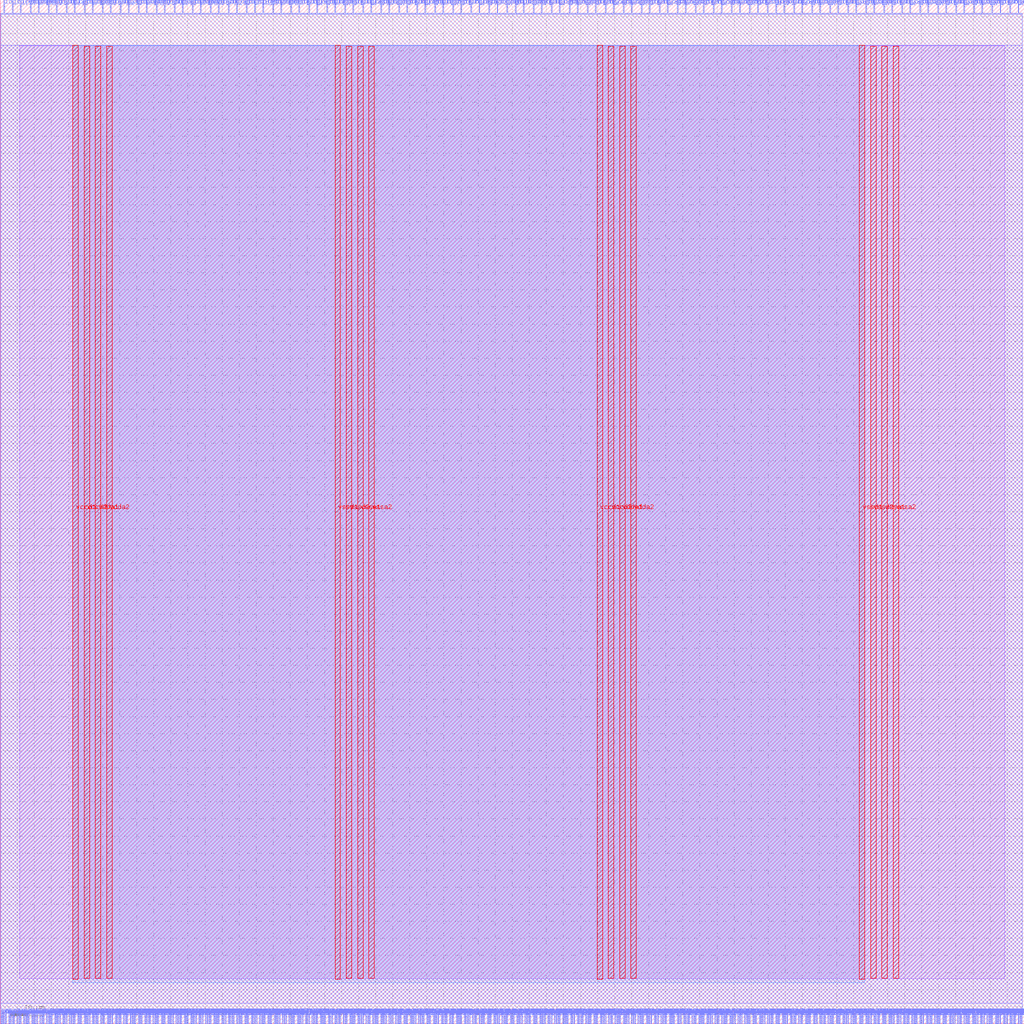
<source format=lef>
VERSION 5.7 ;
  NOWIREEXTENSIONATPIN ON ;
  DIVIDERCHAR "/" ;
  BUSBITCHARS "[]" ;
MACRO user_proj_example
  CLASS BLOCK ;
  FOREIGN user_proj_example ;
  ORIGIN 0.000 0.000 ;
  SIZE 300.000 BY 300.000 ;
  PIN io_in[0]
    DIRECTION INPUT ;
    USE SIGNAL ;
    PORT
      LAYER met2 ;
        RECT 1.060 296.000 1.340 300.000 ;
    END
  END io_in[0]
  PIN io_in[10]
    DIRECTION INPUT ;
    USE SIGNAL ;
    PORT
      LAYER met2 ;
        RECT 79.780 296.000 80.060 300.000 ;
    END
  END io_in[10]
  PIN io_in[11]
    DIRECTION INPUT ;
    USE SIGNAL ;
    PORT
      LAYER met2 ;
        RECT 87.460 296.000 87.740 300.000 ;
    END
  END io_in[11]
  PIN io_in[12]
    DIRECTION INPUT ;
    USE SIGNAL ;
    PORT
      LAYER met2 ;
        RECT 95.620 296.000 95.900 300.000 ;
    END
  END io_in[12]
  PIN io_in[13]
    DIRECTION INPUT ;
    USE SIGNAL ;
    PORT
      LAYER met2 ;
        RECT 103.300 296.000 103.580 300.000 ;
    END
  END io_in[13]
  PIN io_in[14]
    DIRECTION INPUT ;
    USE SIGNAL ;
    PORT
      LAYER met2 ;
        RECT 111.460 296.000 111.740 300.000 ;
    END
  END io_in[14]
  PIN io_in[15]
    DIRECTION INPUT ;
    USE SIGNAL ;
    PORT
      LAYER met2 ;
        RECT 119.140 296.000 119.420 300.000 ;
    END
  END io_in[15]
  PIN io_in[16]
    DIRECTION INPUT ;
    USE SIGNAL ;
    PORT
      LAYER met2 ;
        RECT 127.300 296.000 127.580 300.000 ;
    END
  END io_in[16]
  PIN io_in[17]
    DIRECTION INPUT ;
    USE SIGNAL ;
    PORT
      LAYER met2 ;
        RECT 134.980 296.000 135.260 300.000 ;
    END
  END io_in[17]
  PIN io_in[18]
    DIRECTION INPUT ;
    USE SIGNAL ;
    PORT
      LAYER met2 ;
        RECT 143.140 296.000 143.420 300.000 ;
    END
  END io_in[18]
  PIN io_in[19]
    DIRECTION INPUT ;
    USE SIGNAL ;
    PORT
      LAYER met2 ;
        RECT 150.820 296.000 151.100 300.000 ;
    END
  END io_in[19]
  PIN io_in[1]
    DIRECTION INPUT ;
    USE SIGNAL ;
    PORT
      LAYER met2 ;
        RECT 8.740 296.000 9.020 300.000 ;
    END
  END io_in[1]
  PIN io_in[20]
    DIRECTION INPUT ;
    USE SIGNAL ;
    PORT
      LAYER met2 ;
        RECT 158.500 296.000 158.780 300.000 ;
    END
  END io_in[20]
  PIN io_in[21]
    DIRECTION INPUT ;
    USE SIGNAL ;
    PORT
      LAYER met2 ;
        RECT 166.660 296.000 166.940 300.000 ;
    END
  END io_in[21]
  PIN io_in[22]
    DIRECTION INPUT ;
    USE SIGNAL ;
    PORT
      LAYER met2 ;
        RECT 174.340 296.000 174.620 300.000 ;
    END
  END io_in[22]
  PIN io_in[23]
    DIRECTION INPUT ;
    USE SIGNAL ;
    PORT
      LAYER met2 ;
        RECT 182.500 296.000 182.780 300.000 ;
    END
  END io_in[23]
  PIN io_in[24]
    DIRECTION INPUT ;
    USE SIGNAL ;
    PORT
      LAYER met2 ;
        RECT 190.180 296.000 190.460 300.000 ;
    END
  END io_in[24]
  PIN io_in[25]
    DIRECTION INPUT ;
    USE SIGNAL ;
    PORT
      LAYER met2 ;
        RECT 198.340 296.000 198.620 300.000 ;
    END
  END io_in[25]
  PIN io_in[26]
    DIRECTION INPUT ;
    USE SIGNAL ;
    PORT
      LAYER met2 ;
        RECT 206.020 296.000 206.300 300.000 ;
    END
  END io_in[26]
  PIN io_in[27]
    DIRECTION INPUT ;
    USE SIGNAL ;
    PORT
      LAYER met2 ;
        RECT 214.180 296.000 214.460 300.000 ;
    END
  END io_in[27]
  PIN io_in[28]
    DIRECTION INPUT ;
    USE SIGNAL ;
    PORT
      LAYER met2 ;
        RECT 221.860 296.000 222.140 300.000 ;
    END
  END io_in[28]
  PIN io_in[29]
    DIRECTION INPUT ;
    USE SIGNAL ;
    PORT
      LAYER met2 ;
        RECT 229.540 296.000 229.820 300.000 ;
    END
  END io_in[29]
  PIN io_in[2]
    DIRECTION INPUT ;
    USE SIGNAL ;
    PORT
      LAYER met2 ;
        RECT 16.420 296.000 16.700 300.000 ;
    END
  END io_in[2]
  PIN io_in[30]
    DIRECTION INPUT ;
    USE SIGNAL ;
    PORT
      LAYER met2 ;
        RECT 237.700 296.000 237.980 300.000 ;
    END
  END io_in[30]
  PIN io_in[31]
    DIRECTION INPUT ;
    USE SIGNAL ;
    PORT
      LAYER met2 ;
        RECT 245.380 296.000 245.660 300.000 ;
    END
  END io_in[31]
  PIN io_in[32]
    DIRECTION INPUT ;
    USE SIGNAL ;
    PORT
      LAYER met2 ;
        RECT 253.540 296.000 253.820 300.000 ;
    END
  END io_in[32]
  PIN io_in[33]
    DIRECTION INPUT ;
    USE SIGNAL ;
    PORT
      LAYER met2 ;
        RECT 261.220 296.000 261.500 300.000 ;
    END
  END io_in[33]
  PIN io_in[34]
    DIRECTION INPUT ;
    USE SIGNAL ;
    PORT
      LAYER met2 ;
        RECT 269.380 296.000 269.660 300.000 ;
    END
  END io_in[34]
  PIN io_in[35]
    DIRECTION INPUT ;
    USE SIGNAL ;
    PORT
      LAYER met2 ;
        RECT 277.060 296.000 277.340 300.000 ;
    END
  END io_in[35]
  PIN io_in[36]
    DIRECTION INPUT ;
    USE SIGNAL ;
    PORT
      LAYER met2 ;
        RECT 285.220 296.000 285.500 300.000 ;
    END
  END io_in[36]
  PIN io_in[37]
    DIRECTION INPUT ;
    USE SIGNAL ;
    PORT
      LAYER met2 ;
        RECT 292.900 296.000 293.180 300.000 ;
    END
  END io_in[37]
  PIN io_in[3]
    DIRECTION INPUT ;
    USE SIGNAL ;
    PORT
      LAYER met2 ;
        RECT 24.580 296.000 24.860 300.000 ;
    END
  END io_in[3]
  PIN io_in[4]
    DIRECTION INPUT ;
    USE SIGNAL ;
    PORT
      LAYER met2 ;
        RECT 32.260 296.000 32.540 300.000 ;
    END
  END io_in[4]
  PIN io_in[5]
    DIRECTION INPUT ;
    USE SIGNAL ;
    PORT
      LAYER met2 ;
        RECT 40.420 296.000 40.700 300.000 ;
    END
  END io_in[5]
  PIN io_in[6]
    DIRECTION INPUT ;
    USE SIGNAL ;
    PORT
      LAYER met2 ;
        RECT 48.100 296.000 48.380 300.000 ;
    END
  END io_in[6]
  PIN io_in[7]
    DIRECTION INPUT ;
    USE SIGNAL ;
    PORT
      LAYER met2 ;
        RECT 56.260 296.000 56.540 300.000 ;
    END
  END io_in[7]
  PIN io_in[8]
    DIRECTION INPUT ;
    USE SIGNAL ;
    PORT
      LAYER met2 ;
        RECT 63.940 296.000 64.220 300.000 ;
    END
  END io_in[8]
  PIN io_in[9]
    DIRECTION INPUT ;
    USE SIGNAL ;
    PORT
      LAYER met2 ;
        RECT 72.100 296.000 72.380 300.000 ;
    END
  END io_in[9]
  PIN io_oeb[0]
    DIRECTION OUTPUT TRISTATE ;
    USE SIGNAL ;
    PORT
      LAYER met2 ;
        RECT 3.460 296.000 3.740 300.000 ;
    END
  END io_oeb[0]
  PIN io_oeb[10]
    DIRECTION OUTPUT TRISTATE ;
    USE SIGNAL ;
    PORT
      LAYER met2 ;
        RECT 82.180 296.000 82.460 300.000 ;
    END
  END io_oeb[10]
  PIN io_oeb[11]
    DIRECTION OUTPUT TRISTATE ;
    USE SIGNAL ;
    PORT
      LAYER met2 ;
        RECT 90.340 296.000 90.620 300.000 ;
    END
  END io_oeb[11]
  PIN io_oeb[12]
    DIRECTION OUTPUT TRISTATE ;
    USE SIGNAL ;
    PORT
      LAYER met2 ;
        RECT 98.020 296.000 98.300 300.000 ;
    END
  END io_oeb[12]
  PIN io_oeb[13]
    DIRECTION OUTPUT TRISTATE ;
    USE SIGNAL ;
    PORT
      LAYER met2 ;
        RECT 106.180 296.000 106.460 300.000 ;
    END
  END io_oeb[13]
  PIN io_oeb[14]
    DIRECTION OUTPUT TRISTATE ;
    USE SIGNAL ;
    PORT
      LAYER met2 ;
        RECT 113.860 296.000 114.140 300.000 ;
    END
  END io_oeb[14]
  PIN io_oeb[15]
    DIRECTION OUTPUT TRISTATE ;
    USE SIGNAL ;
    PORT
      LAYER met2 ;
        RECT 122.020 296.000 122.300 300.000 ;
    END
  END io_oeb[15]
  PIN io_oeb[16]
    DIRECTION OUTPUT TRISTATE ;
    USE SIGNAL ;
    PORT
      LAYER met2 ;
        RECT 129.700 296.000 129.980 300.000 ;
    END
  END io_oeb[16]
  PIN io_oeb[17]
    DIRECTION OUTPUT TRISTATE ;
    USE SIGNAL ;
    PORT
      LAYER met2 ;
        RECT 137.860 296.000 138.140 300.000 ;
    END
  END io_oeb[17]
  PIN io_oeb[18]
    DIRECTION OUTPUT TRISTATE ;
    USE SIGNAL ;
    PORT
      LAYER met2 ;
        RECT 145.540 296.000 145.820 300.000 ;
    END
  END io_oeb[18]
  PIN io_oeb[19]
    DIRECTION OUTPUT TRISTATE ;
    USE SIGNAL ;
    PORT
      LAYER met2 ;
        RECT 153.220 296.000 153.500 300.000 ;
    END
  END io_oeb[19]
  PIN io_oeb[1]
    DIRECTION OUTPUT TRISTATE ;
    USE SIGNAL ;
    PORT
      LAYER met2 ;
        RECT 11.140 296.000 11.420 300.000 ;
    END
  END io_oeb[1]
  PIN io_oeb[20]
    DIRECTION OUTPUT TRISTATE ;
    USE SIGNAL ;
    PORT
      LAYER met2 ;
        RECT 161.380 296.000 161.660 300.000 ;
    END
  END io_oeb[20]
  PIN io_oeb[21]
    DIRECTION OUTPUT TRISTATE ;
    USE SIGNAL ;
    PORT
      LAYER met2 ;
        RECT 169.060 296.000 169.340 300.000 ;
    END
  END io_oeb[21]
  PIN io_oeb[22]
    DIRECTION OUTPUT TRISTATE ;
    USE SIGNAL ;
    PORT
      LAYER met2 ;
        RECT 177.220 296.000 177.500 300.000 ;
    END
  END io_oeb[22]
  PIN io_oeb[23]
    DIRECTION OUTPUT TRISTATE ;
    USE SIGNAL ;
    PORT
      LAYER met2 ;
        RECT 184.900 296.000 185.180 300.000 ;
    END
  END io_oeb[23]
  PIN io_oeb[24]
    DIRECTION OUTPUT TRISTATE ;
    USE SIGNAL ;
    PORT
      LAYER met2 ;
        RECT 193.060 296.000 193.340 300.000 ;
    END
  END io_oeb[24]
  PIN io_oeb[25]
    DIRECTION OUTPUT TRISTATE ;
    USE SIGNAL ;
    PORT
      LAYER met2 ;
        RECT 200.740 296.000 201.020 300.000 ;
    END
  END io_oeb[25]
  PIN io_oeb[26]
    DIRECTION OUTPUT TRISTATE ;
    USE SIGNAL ;
    PORT
      LAYER met2 ;
        RECT 208.900 296.000 209.180 300.000 ;
    END
  END io_oeb[26]
  PIN io_oeb[27]
    DIRECTION OUTPUT TRISTATE ;
    USE SIGNAL ;
    PORT
      LAYER met2 ;
        RECT 216.580 296.000 216.860 300.000 ;
    END
  END io_oeb[27]
  PIN io_oeb[28]
    DIRECTION OUTPUT TRISTATE ;
    USE SIGNAL ;
    PORT
      LAYER met2 ;
        RECT 224.740 296.000 225.020 300.000 ;
    END
  END io_oeb[28]
  PIN io_oeb[29]
    DIRECTION OUTPUT TRISTATE ;
    USE SIGNAL ;
    PORT
      LAYER met2 ;
        RECT 232.420 296.000 232.700 300.000 ;
    END
  END io_oeb[29]
  PIN io_oeb[2]
    DIRECTION OUTPUT TRISTATE ;
    USE SIGNAL ;
    PORT
      LAYER met2 ;
        RECT 19.300 296.000 19.580 300.000 ;
    END
  END io_oeb[2]
  PIN io_oeb[30]
    DIRECTION OUTPUT TRISTATE ;
    USE SIGNAL ;
    PORT
      LAYER met2 ;
        RECT 240.100 296.000 240.380 300.000 ;
    END
  END io_oeb[30]
  PIN io_oeb[31]
    DIRECTION OUTPUT TRISTATE ;
    USE SIGNAL ;
    PORT
      LAYER met2 ;
        RECT 248.260 296.000 248.540 300.000 ;
    END
  END io_oeb[31]
  PIN io_oeb[32]
    DIRECTION OUTPUT TRISTATE ;
    USE SIGNAL ;
    PORT
      LAYER met2 ;
        RECT 255.940 296.000 256.220 300.000 ;
    END
  END io_oeb[32]
  PIN io_oeb[33]
    DIRECTION OUTPUT TRISTATE ;
    USE SIGNAL ;
    PORT
      LAYER met2 ;
        RECT 264.100 296.000 264.380 300.000 ;
    END
  END io_oeb[33]
  PIN io_oeb[34]
    DIRECTION OUTPUT TRISTATE ;
    USE SIGNAL ;
    PORT
      LAYER met2 ;
        RECT 271.780 296.000 272.060 300.000 ;
    END
  END io_oeb[34]
  PIN io_oeb[35]
    DIRECTION OUTPUT TRISTATE ;
    USE SIGNAL ;
    PORT
      LAYER met2 ;
        RECT 279.940 296.000 280.220 300.000 ;
    END
  END io_oeb[35]
  PIN io_oeb[36]
    DIRECTION OUTPUT TRISTATE ;
    USE SIGNAL ;
    PORT
      LAYER met2 ;
        RECT 287.620 296.000 287.900 300.000 ;
    END
  END io_oeb[36]
  PIN io_oeb[37]
    DIRECTION OUTPUT TRISTATE ;
    USE SIGNAL ;
    PORT
      LAYER met2 ;
        RECT 295.780 296.000 296.060 300.000 ;
    END
  END io_oeb[37]
  PIN io_oeb[3]
    DIRECTION OUTPUT TRISTATE ;
    USE SIGNAL ;
    PORT
      LAYER met2 ;
        RECT 26.980 296.000 27.260 300.000 ;
    END
  END io_oeb[3]
  PIN io_oeb[4]
    DIRECTION OUTPUT TRISTATE ;
    USE SIGNAL ;
    PORT
      LAYER met2 ;
        RECT 35.140 296.000 35.420 300.000 ;
    END
  END io_oeb[4]
  PIN io_oeb[5]
    DIRECTION OUTPUT TRISTATE ;
    USE SIGNAL ;
    PORT
      LAYER met2 ;
        RECT 42.820 296.000 43.100 300.000 ;
    END
  END io_oeb[5]
  PIN io_oeb[6]
    DIRECTION OUTPUT TRISTATE ;
    USE SIGNAL ;
    PORT
      LAYER met2 ;
        RECT 50.980 296.000 51.260 300.000 ;
    END
  END io_oeb[6]
  PIN io_oeb[7]
    DIRECTION OUTPUT TRISTATE ;
    USE SIGNAL ;
    PORT
      LAYER met2 ;
        RECT 58.660 296.000 58.940 300.000 ;
    END
  END io_oeb[7]
  PIN io_oeb[8]
    DIRECTION OUTPUT TRISTATE ;
    USE SIGNAL ;
    PORT
      LAYER met2 ;
        RECT 66.820 296.000 67.100 300.000 ;
    END
  END io_oeb[8]
  PIN io_oeb[9]
    DIRECTION OUTPUT TRISTATE ;
    USE SIGNAL ;
    PORT
      LAYER met2 ;
        RECT 74.500 296.000 74.780 300.000 ;
    END
  END io_oeb[9]
  PIN io_out[0]
    DIRECTION OUTPUT TRISTATE ;
    USE SIGNAL ;
    PORT
      LAYER met2 ;
        RECT 5.860 296.000 6.140 300.000 ;
    END
  END io_out[0]
  PIN io_out[10]
    DIRECTION OUTPUT TRISTATE ;
    USE SIGNAL ;
    PORT
      LAYER met2 ;
        RECT 85.060 296.000 85.340 300.000 ;
    END
  END io_out[10]
  PIN io_out[11]
    DIRECTION OUTPUT TRISTATE ;
    USE SIGNAL ;
    PORT
      LAYER met2 ;
        RECT 92.740 296.000 93.020 300.000 ;
    END
  END io_out[11]
  PIN io_out[12]
    DIRECTION OUTPUT TRISTATE ;
    USE SIGNAL ;
    PORT
      LAYER met2 ;
        RECT 100.900 296.000 101.180 300.000 ;
    END
  END io_out[12]
  PIN io_out[13]
    DIRECTION OUTPUT TRISTATE ;
    USE SIGNAL ;
    PORT
      LAYER met2 ;
        RECT 108.580 296.000 108.860 300.000 ;
    END
  END io_out[13]
  PIN io_out[14]
    DIRECTION OUTPUT TRISTATE ;
    USE SIGNAL ;
    PORT
      LAYER met2 ;
        RECT 116.740 296.000 117.020 300.000 ;
    END
  END io_out[14]
  PIN io_out[15]
    DIRECTION OUTPUT TRISTATE ;
    USE SIGNAL ;
    PORT
      LAYER met2 ;
        RECT 124.420 296.000 124.700 300.000 ;
    END
  END io_out[15]
  PIN io_out[16]
    DIRECTION OUTPUT TRISTATE ;
    USE SIGNAL ;
    PORT
      LAYER met2 ;
        RECT 132.580 296.000 132.860 300.000 ;
    END
  END io_out[16]
  PIN io_out[17]
    DIRECTION OUTPUT TRISTATE ;
    USE SIGNAL ;
    PORT
      LAYER met2 ;
        RECT 140.260 296.000 140.540 300.000 ;
    END
  END io_out[17]
  PIN io_out[18]
    DIRECTION OUTPUT TRISTATE ;
    USE SIGNAL ;
    PORT
      LAYER met2 ;
        RECT 148.420 296.000 148.700 300.000 ;
    END
  END io_out[18]
  PIN io_out[19]
    DIRECTION OUTPUT TRISTATE ;
    USE SIGNAL ;
    PORT
      LAYER met2 ;
        RECT 156.100 296.000 156.380 300.000 ;
    END
  END io_out[19]
  PIN io_out[1]
    DIRECTION OUTPUT TRISTATE ;
    USE SIGNAL ;
    PORT
      LAYER met2 ;
        RECT 14.020 296.000 14.300 300.000 ;
    END
  END io_out[1]
  PIN io_out[20]
    DIRECTION OUTPUT TRISTATE ;
    USE SIGNAL ;
    PORT
      LAYER met2 ;
        RECT 163.780 296.000 164.060 300.000 ;
    END
  END io_out[20]
  PIN io_out[21]
    DIRECTION OUTPUT TRISTATE ;
    USE SIGNAL ;
    PORT
      LAYER met2 ;
        RECT 171.940 296.000 172.220 300.000 ;
    END
  END io_out[21]
  PIN io_out[22]
    DIRECTION OUTPUT TRISTATE ;
    USE SIGNAL ;
    PORT
      LAYER met2 ;
        RECT 179.620 296.000 179.900 300.000 ;
    END
  END io_out[22]
  PIN io_out[23]
    DIRECTION OUTPUT TRISTATE ;
    USE SIGNAL ;
    PORT
      LAYER met2 ;
        RECT 187.780 296.000 188.060 300.000 ;
    END
  END io_out[23]
  PIN io_out[24]
    DIRECTION OUTPUT TRISTATE ;
    USE SIGNAL ;
    PORT
      LAYER met2 ;
        RECT 195.460 296.000 195.740 300.000 ;
    END
  END io_out[24]
  PIN io_out[25]
    DIRECTION OUTPUT TRISTATE ;
    USE SIGNAL ;
    PORT
      LAYER met2 ;
        RECT 203.620 296.000 203.900 300.000 ;
    END
  END io_out[25]
  PIN io_out[26]
    DIRECTION OUTPUT TRISTATE ;
    USE SIGNAL ;
    PORT
      LAYER met2 ;
        RECT 211.300 296.000 211.580 300.000 ;
    END
  END io_out[26]
  PIN io_out[27]
    DIRECTION OUTPUT TRISTATE ;
    USE SIGNAL ;
    PORT
      LAYER met2 ;
        RECT 219.460 296.000 219.740 300.000 ;
    END
  END io_out[27]
  PIN io_out[28]
    DIRECTION OUTPUT TRISTATE ;
    USE SIGNAL ;
    PORT
      LAYER met2 ;
        RECT 227.140 296.000 227.420 300.000 ;
    END
  END io_out[28]
  PIN io_out[29]
    DIRECTION OUTPUT TRISTATE ;
    USE SIGNAL ;
    PORT
      LAYER met2 ;
        RECT 234.820 296.000 235.100 300.000 ;
    END
  END io_out[29]
  PIN io_out[2]
    DIRECTION OUTPUT TRISTATE ;
    USE SIGNAL ;
    PORT
      LAYER met2 ;
        RECT 21.700 296.000 21.980 300.000 ;
    END
  END io_out[2]
  PIN io_out[30]
    DIRECTION OUTPUT TRISTATE ;
    USE SIGNAL ;
    PORT
      LAYER met2 ;
        RECT 242.980 296.000 243.260 300.000 ;
    END
  END io_out[30]
  PIN io_out[31]
    DIRECTION OUTPUT TRISTATE ;
    USE SIGNAL ;
    PORT
      LAYER met2 ;
        RECT 250.660 296.000 250.940 300.000 ;
    END
  END io_out[31]
  PIN io_out[32]
    DIRECTION OUTPUT TRISTATE ;
    USE SIGNAL ;
    PORT
      LAYER met2 ;
        RECT 258.820 296.000 259.100 300.000 ;
    END
  END io_out[32]
  PIN io_out[33]
    DIRECTION OUTPUT TRISTATE ;
    USE SIGNAL ;
    PORT
      LAYER met2 ;
        RECT 266.500 296.000 266.780 300.000 ;
    END
  END io_out[33]
  PIN io_out[34]
    DIRECTION OUTPUT TRISTATE ;
    USE SIGNAL ;
    PORT
      LAYER met2 ;
        RECT 274.660 296.000 274.940 300.000 ;
    END
  END io_out[34]
  PIN io_out[35]
    DIRECTION OUTPUT TRISTATE ;
    USE SIGNAL ;
    PORT
      LAYER met2 ;
        RECT 282.340 296.000 282.620 300.000 ;
    END
  END io_out[35]
  PIN io_out[36]
    DIRECTION OUTPUT TRISTATE ;
    USE SIGNAL ;
    PORT
      LAYER met2 ;
        RECT 290.500 296.000 290.780 300.000 ;
    END
  END io_out[36]
  PIN io_out[37]
    DIRECTION OUTPUT TRISTATE ;
    USE SIGNAL ;
    PORT
      LAYER met2 ;
        RECT 298.180 296.000 298.460 300.000 ;
    END
  END io_out[37]
  PIN io_out[3]
    DIRECTION OUTPUT TRISTATE ;
    USE SIGNAL ;
    PORT
      LAYER met2 ;
        RECT 29.860 296.000 30.140 300.000 ;
    END
  END io_out[3]
  PIN io_out[4]
    DIRECTION OUTPUT TRISTATE ;
    USE SIGNAL ;
    PORT
      LAYER met2 ;
        RECT 37.540 296.000 37.820 300.000 ;
    END
  END io_out[4]
  PIN io_out[5]
    DIRECTION OUTPUT TRISTATE ;
    USE SIGNAL ;
    PORT
      LAYER met2 ;
        RECT 45.700 296.000 45.980 300.000 ;
    END
  END io_out[5]
  PIN io_out[6]
    DIRECTION OUTPUT TRISTATE ;
    USE SIGNAL ;
    PORT
      LAYER met2 ;
        RECT 53.380 296.000 53.660 300.000 ;
    END
  END io_out[6]
  PIN io_out[7]
    DIRECTION OUTPUT TRISTATE ;
    USE SIGNAL ;
    PORT
      LAYER met2 ;
        RECT 61.540 296.000 61.820 300.000 ;
    END
  END io_out[7]
  PIN io_out[8]
    DIRECTION OUTPUT TRISTATE ;
    USE SIGNAL ;
    PORT
      LAYER met2 ;
        RECT 69.220 296.000 69.500 300.000 ;
    END
  END io_out[8]
  PIN io_out[9]
    DIRECTION OUTPUT TRISTATE ;
    USE SIGNAL ;
    PORT
      LAYER met2 ;
        RECT 76.900 296.000 77.180 300.000 ;
    END
  END io_out[9]
  PIN la_data_in[0]
    DIRECTION INPUT ;
    USE SIGNAL ;
    PORT
      LAYER met2 ;
        RECT 64.900 0.000 65.180 4.000 ;
    END
  END la_data_in[0]
  PIN la_data_in[100]
    DIRECTION INPUT ;
    USE SIGNAL ;
    PORT
      LAYER met2 ;
        RECT 248.260 0.000 248.540 4.000 ;
    END
  END la_data_in[100]
  PIN la_data_in[101]
    DIRECTION INPUT ;
    USE SIGNAL ;
    PORT
      LAYER met2 ;
        RECT 250.180 0.000 250.460 4.000 ;
    END
  END la_data_in[101]
  PIN la_data_in[102]
    DIRECTION INPUT ;
    USE SIGNAL ;
    PORT
      LAYER met2 ;
        RECT 252.100 0.000 252.380 4.000 ;
    END
  END la_data_in[102]
  PIN la_data_in[103]
    DIRECTION INPUT ;
    USE SIGNAL ;
    PORT
      LAYER met2 ;
        RECT 254.020 0.000 254.300 4.000 ;
    END
  END la_data_in[103]
  PIN la_data_in[104]
    DIRECTION INPUT ;
    USE SIGNAL ;
    PORT
      LAYER met2 ;
        RECT 255.940 0.000 256.220 4.000 ;
    END
  END la_data_in[104]
  PIN la_data_in[105]
    DIRECTION INPUT ;
    USE SIGNAL ;
    PORT
      LAYER met2 ;
        RECT 257.380 0.000 257.660 4.000 ;
    END
  END la_data_in[105]
  PIN la_data_in[106]
    DIRECTION INPUT ;
    USE SIGNAL ;
    PORT
      LAYER met2 ;
        RECT 259.300 0.000 259.580 4.000 ;
    END
  END la_data_in[106]
  PIN la_data_in[107]
    DIRECTION INPUT ;
    USE SIGNAL ;
    PORT
      LAYER met2 ;
        RECT 261.220 0.000 261.500 4.000 ;
    END
  END la_data_in[107]
  PIN la_data_in[108]
    DIRECTION INPUT ;
    USE SIGNAL ;
    PORT
      LAYER met2 ;
        RECT 263.140 0.000 263.420 4.000 ;
    END
  END la_data_in[108]
  PIN la_data_in[109]
    DIRECTION INPUT ;
    USE SIGNAL ;
    PORT
      LAYER met2 ;
        RECT 265.060 0.000 265.340 4.000 ;
    END
  END la_data_in[109]
  PIN la_data_in[10]
    DIRECTION INPUT ;
    USE SIGNAL ;
    PORT
      LAYER met2 ;
        RECT 83.140 0.000 83.420 4.000 ;
    END
  END la_data_in[10]
  PIN la_data_in[110]
    DIRECTION INPUT ;
    USE SIGNAL ;
    PORT
      LAYER met2 ;
        RECT 266.980 0.000 267.260 4.000 ;
    END
  END la_data_in[110]
  PIN la_data_in[111]
    DIRECTION INPUT ;
    USE SIGNAL ;
    PORT
      LAYER met2 ;
        RECT 268.420 0.000 268.700 4.000 ;
    END
  END la_data_in[111]
  PIN la_data_in[112]
    DIRECTION INPUT ;
    USE SIGNAL ;
    PORT
      LAYER met2 ;
        RECT 270.340 0.000 270.620 4.000 ;
    END
  END la_data_in[112]
  PIN la_data_in[113]
    DIRECTION INPUT ;
    USE SIGNAL ;
    PORT
      LAYER met2 ;
        RECT 272.260 0.000 272.540 4.000 ;
    END
  END la_data_in[113]
  PIN la_data_in[114]
    DIRECTION INPUT ;
    USE SIGNAL ;
    PORT
      LAYER met2 ;
        RECT 274.180 0.000 274.460 4.000 ;
    END
  END la_data_in[114]
  PIN la_data_in[115]
    DIRECTION INPUT ;
    USE SIGNAL ;
    PORT
      LAYER met2 ;
        RECT 276.100 0.000 276.380 4.000 ;
    END
  END la_data_in[115]
  PIN la_data_in[116]
    DIRECTION INPUT ;
    USE SIGNAL ;
    PORT
      LAYER met2 ;
        RECT 278.020 0.000 278.300 4.000 ;
    END
  END la_data_in[116]
  PIN la_data_in[117]
    DIRECTION INPUT ;
    USE SIGNAL ;
    PORT
      LAYER met2 ;
        RECT 279.460 0.000 279.740 4.000 ;
    END
  END la_data_in[117]
  PIN la_data_in[118]
    DIRECTION INPUT ;
    USE SIGNAL ;
    PORT
      LAYER met2 ;
        RECT 281.380 0.000 281.660 4.000 ;
    END
  END la_data_in[118]
  PIN la_data_in[119]
    DIRECTION INPUT ;
    USE SIGNAL ;
    PORT
      LAYER met2 ;
        RECT 283.300 0.000 283.580 4.000 ;
    END
  END la_data_in[119]
  PIN la_data_in[11]
    DIRECTION INPUT ;
    USE SIGNAL ;
    PORT
      LAYER met2 ;
        RECT 85.060 0.000 85.340 4.000 ;
    END
  END la_data_in[11]
  PIN la_data_in[120]
    DIRECTION INPUT ;
    USE SIGNAL ;
    PORT
      LAYER met2 ;
        RECT 285.220 0.000 285.500 4.000 ;
    END
  END la_data_in[120]
  PIN la_data_in[121]
    DIRECTION INPUT ;
    USE SIGNAL ;
    PORT
      LAYER met2 ;
        RECT 287.140 0.000 287.420 4.000 ;
    END
  END la_data_in[121]
  PIN la_data_in[122]
    DIRECTION INPUT ;
    USE SIGNAL ;
    PORT
      LAYER met2 ;
        RECT 289.060 0.000 289.340 4.000 ;
    END
  END la_data_in[122]
  PIN la_data_in[123]
    DIRECTION INPUT ;
    USE SIGNAL ;
    PORT
      LAYER met2 ;
        RECT 290.500 0.000 290.780 4.000 ;
    END
  END la_data_in[123]
  PIN la_data_in[124]
    DIRECTION INPUT ;
    USE SIGNAL ;
    PORT
      LAYER met2 ;
        RECT 292.420 0.000 292.700 4.000 ;
    END
  END la_data_in[124]
  PIN la_data_in[125]
    DIRECTION INPUT ;
    USE SIGNAL ;
    PORT
      LAYER met2 ;
        RECT 294.340 0.000 294.620 4.000 ;
    END
  END la_data_in[125]
  PIN la_data_in[126]
    DIRECTION INPUT ;
    USE SIGNAL ;
    PORT
      LAYER met2 ;
        RECT 296.260 0.000 296.540 4.000 ;
    END
  END la_data_in[126]
  PIN la_data_in[127]
    DIRECTION INPUT ;
    USE SIGNAL ;
    PORT
      LAYER met2 ;
        RECT 298.180 0.000 298.460 4.000 ;
    END
  END la_data_in[127]
  PIN la_data_in[12]
    DIRECTION INPUT ;
    USE SIGNAL ;
    PORT
      LAYER met2 ;
        RECT 86.980 0.000 87.260 4.000 ;
    END
  END la_data_in[12]
  PIN la_data_in[13]
    DIRECTION INPUT ;
    USE SIGNAL ;
    PORT
      LAYER met2 ;
        RECT 88.420 0.000 88.700 4.000 ;
    END
  END la_data_in[13]
  PIN la_data_in[14]
    DIRECTION INPUT ;
    USE SIGNAL ;
    PORT
      LAYER met2 ;
        RECT 90.340 0.000 90.620 4.000 ;
    END
  END la_data_in[14]
  PIN la_data_in[15]
    DIRECTION INPUT ;
    USE SIGNAL ;
    PORT
      LAYER met2 ;
        RECT 92.260 0.000 92.540 4.000 ;
    END
  END la_data_in[15]
  PIN la_data_in[16]
    DIRECTION INPUT ;
    USE SIGNAL ;
    PORT
      LAYER met2 ;
        RECT 94.180 0.000 94.460 4.000 ;
    END
  END la_data_in[16]
  PIN la_data_in[17]
    DIRECTION INPUT ;
    USE SIGNAL ;
    PORT
      LAYER met2 ;
        RECT 96.100 0.000 96.380 4.000 ;
    END
  END la_data_in[17]
  PIN la_data_in[18]
    DIRECTION INPUT ;
    USE SIGNAL ;
    PORT
      LAYER met2 ;
        RECT 98.020 0.000 98.300 4.000 ;
    END
  END la_data_in[18]
  PIN la_data_in[19]
    DIRECTION INPUT ;
    USE SIGNAL ;
    PORT
      LAYER met2 ;
        RECT 99.460 0.000 99.740 4.000 ;
    END
  END la_data_in[19]
  PIN la_data_in[1]
    DIRECTION INPUT ;
    USE SIGNAL ;
    PORT
      LAYER met2 ;
        RECT 66.820 0.000 67.100 4.000 ;
    END
  END la_data_in[1]
  PIN la_data_in[20]
    DIRECTION INPUT ;
    USE SIGNAL ;
    PORT
      LAYER met2 ;
        RECT 101.380 0.000 101.660 4.000 ;
    END
  END la_data_in[20]
  PIN la_data_in[21]
    DIRECTION INPUT ;
    USE SIGNAL ;
    PORT
      LAYER met2 ;
        RECT 103.300 0.000 103.580 4.000 ;
    END
  END la_data_in[21]
  PIN la_data_in[22]
    DIRECTION INPUT ;
    USE SIGNAL ;
    PORT
      LAYER met2 ;
        RECT 105.220 0.000 105.500 4.000 ;
    END
  END la_data_in[22]
  PIN la_data_in[23]
    DIRECTION INPUT ;
    USE SIGNAL ;
    PORT
      LAYER met2 ;
        RECT 107.140 0.000 107.420 4.000 ;
    END
  END la_data_in[23]
  PIN la_data_in[24]
    DIRECTION INPUT ;
    USE SIGNAL ;
    PORT
      LAYER met2 ;
        RECT 109.060 0.000 109.340 4.000 ;
    END
  END la_data_in[24]
  PIN la_data_in[25]
    DIRECTION INPUT ;
    USE SIGNAL ;
    PORT
      LAYER met2 ;
        RECT 110.500 0.000 110.780 4.000 ;
    END
  END la_data_in[25]
  PIN la_data_in[26]
    DIRECTION INPUT ;
    USE SIGNAL ;
    PORT
      LAYER met2 ;
        RECT 112.420 0.000 112.700 4.000 ;
    END
  END la_data_in[26]
  PIN la_data_in[27]
    DIRECTION INPUT ;
    USE SIGNAL ;
    PORT
      LAYER met2 ;
        RECT 114.340 0.000 114.620 4.000 ;
    END
  END la_data_in[27]
  PIN la_data_in[28]
    DIRECTION INPUT ;
    USE SIGNAL ;
    PORT
      LAYER met2 ;
        RECT 116.260 0.000 116.540 4.000 ;
    END
  END la_data_in[28]
  PIN la_data_in[29]
    DIRECTION INPUT ;
    USE SIGNAL ;
    PORT
      LAYER met2 ;
        RECT 118.180 0.000 118.460 4.000 ;
    END
  END la_data_in[29]
  PIN la_data_in[2]
    DIRECTION INPUT ;
    USE SIGNAL ;
    PORT
      LAYER met2 ;
        RECT 68.260 0.000 68.540 4.000 ;
    END
  END la_data_in[2]
  PIN la_data_in[30]
    DIRECTION INPUT ;
    USE SIGNAL ;
    PORT
      LAYER met2 ;
        RECT 120.100 0.000 120.380 4.000 ;
    END
  END la_data_in[30]
  PIN la_data_in[31]
    DIRECTION INPUT ;
    USE SIGNAL ;
    PORT
      LAYER met2 ;
        RECT 121.540 0.000 121.820 4.000 ;
    END
  END la_data_in[31]
  PIN la_data_in[32]
    DIRECTION INPUT ;
    USE SIGNAL ;
    PORT
      LAYER met2 ;
        RECT 123.460 0.000 123.740 4.000 ;
    END
  END la_data_in[32]
  PIN la_data_in[33]
    DIRECTION INPUT ;
    USE SIGNAL ;
    PORT
      LAYER met2 ;
        RECT 125.380 0.000 125.660 4.000 ;
    END
  END la_data_in[33]
  PIN la_data_in[34]
    DIRECTION INPUT ;
    USE SIGNAL ;
    PORT
      LAYER met2 ;
        RECT 127.300 0.000 127.580 4.000 ;
    END
  END la_data_in[34]
  PIN la_data_in[35]
    DIRECTION INPUT ;
    USE SIGNAL ;
    PORT
      LAYER met2 ;
        RECT 129.220 0.000 129.500 4.000 ;
    END
  END la_data_in[35]
  PIN la_data_in[36]
    DIRECTION INPUT ;
    USE SIGNAL ;
    PORT
      LAYER met2 ;
        RECT 130.660 0.000 130.940 4.000 ;
    END
  END la_data_in[36]
  PIN la_data_in[37]
    DIRECTION INPUT ;
    USE SIGNAL ;
    PORT
      LAYER met2 ;
        RECT 132.580 0.000 132.860 4.000 ;
    END
  END la_data_in[37]
  PIN la_data_in[38]
    DIRECTION INPUT ;
    USE SIGNAL ;
    PORT
      LAYER met2 ;
        RECT 134.500 0.000 134.780 4.000 ;
    END
  END la_data_in[38]
  PIN la_data_in[39]
    DIRECTION INPUT ;
    USE SIGNAL ;
    PORT
      LAYER met2 ;
        RECT 136.420 0.000 136.700 4.000 ;
    END
  END la_data_in[39]
  PIN la_data_in[3]
    DIRECTION INPUT ;
    USE SIGNAL ;
    PORT
      LAYER met2 ;
        RECT 70.180 0.000 70.460 4.000 ;
    END
  END la_data_in[3]
  PIN la_data_in[40]
    DIRECTION INPUT ;
    USE SIGNAL ;
    PORT
      LAYER met2 ;
        RECT 138.340 0.000 138.620 4.000 ;
    END
  END la_data_in[40]
  PIN la_data_in[41]
    DIRECTION INPUT ;
    USE SIGNAL ;
    PORT
      LAYER met2 ;
        RECT 140.260 0.000 140.540 4.000 ;
    END
  END la_data_in[41]
  PIN la_data_in[42]
    DIRECTION INPUT ;
    USE SIGNAL ;
    PORT
      LAYER met2 ;
        RECT 141.700 0.000 141.980 4.000 ;
    END
  END la_data_in[42]
  PIN la_data_in[43]
    DIRECTION INPUT ;
    USE SIGNAL ;
    PORT
      LAYER met2 ;
        RECT 143.620 0.000 143.900 4.000 ;
    END
  END la_data_in[43]
  PIN la_data_in[44]
    DIRECTION INPUT ;
    USE SIGNAL ;
    PORT
      LAYER met2 ;
        RECT 145.540 0.000 145.820 4.000 ;
    END
  END la_data_in[44]
  PIN la_data_in[45]
    DIRECTION INPUT ;
    USE SIGNAL ;
    PORT
      LAYER met2 ;
        RECT 147.460 0.000 147.740 4.000 ;
    END
  END la_data_in[45]
  PIN la_data_in[46]
    DIRECTION INPUT ;
    USE SIGNAL ;
    PORT
      LAYER met2 ;
        RECT 149.380 0.000 149.660 4.000 ;
    END
  END la_data_in[46]
  PIN la_data_in[47]
    DIRECTION INPUT ;
    USE SIGNAL ;
    PORT
      LAYER met2 ;
        RECT 151.300 0.000 151.580 4.000 ;
    END
  END la_data_in[47]
  PIN la_data_in[48]
    DIRECTION INPUT ;
    USE SIGNAL ;
    PORT
      LAYER met2 ;
        RECT 152.740 0.000 153.020 4.000 ;
    END
  END la_data_in[48]
  PIN la_data_in[49]
    DIRECTION INPUT ;
    USE SIGNAL ;
    PORT
      LAYER met2 ;
        RECT 154.660 0.000 154.940 4.000 ;
    END
  END la_data_in[49]
  PIN la_data_in[4]
    DIRECTION INPUT ;
    USE SIGNAL ;
    PORT
      LAYER met2 ;
        RECT 72.100 0.000 72.380 4.000 ;
    END
  END la_data_in[4]
  PIN la_data_in[50]
    DIRECTION INPUT ;
    USE SIGNAL ;
    PORT
      LAYER met2 ;
        RECT 156.580 0.000 156.860 4.000 ;
    END
  END la_data_in[50]
  PIN la_data_in[51]
    DIRECTION INPUT ;
    USE SIGNAL ;
    PORT
      LAYER met2 ;
        RECT 158.500 0.000 158.780 4.000 ;
    END
  END la_data_in[51]
  PIN la_data_in[52]
    DIRECTION INPUT ;
    USE SIGNAL ;
    PORT
      LAYER met2 ;
        RECT 160.420 0.000 160.700 4.000 ;
    END
  END la_data_in[52]
  PIN la_data_in[53]
    DIRECTION INPUT ;
    USE SIGNAL ;
    PORT
      LAYER met2 ;
        RECT 162.340 0.000 162.620 4.000 ;
    END
  END la_data_in[53]
  PIN la_data_in[54]
    DIRECTION INPUT ;
    USE SIGNAL ;
    PORT
      LAYER met2 ;
        RECT 163.780 0.000 164.060 4.000 ;
    END
  END la_data_in[54]
  PIN la_data_in[55]
    DIRECTION INPUT ;
    USE SIGNAL ;
    PORT
      LAYER met2 ;
        RECT 165.700 0.000 165.980 4.000 ;
    END
  END la_data_in[55]
  PIN la_data_in[56]
    DIRECTION INPUT ;
    USE SIGNAL ;
    PORT
      LAYER met2 ;
        RECT 167.620 0.000 167.900 4.000 ;
    END
  END la_data_in[56]
  PIN la_data_in[57]
    DIRECTION INPUT ;
    USE SIGNAL ;
    PORT
      LAYER met2 ;
        RECT 169.540 0.000 169.820 4.000 ;
    END
  END la_data_in[57]
  PIN la_data_in[58]
    DIRECTION INPUT ;
    USE SIGNAL ;
    PORT
      LAYER met2 ;
        RECT 171.460 0.000 171.740 4.000 ;
    END
  END la_data_in[58]
  PIN la_data_in[59]
    DIRECTION INPUT ;
    USE SIGNAL ;
    PORT
      LAYER met2 ;
        RECT 172.900 0.000 173.180 4.000 ;
    END
  END la_data_in[59]
  PIN la_data_in[5]
    DIRECTION INPUT ;
    USE SIGNAL ;
    PORT
      LAYER met2 ;
        RECT 74.020 0.000 74.300 4.000 ;
    END
  END la_data_in[5]
  PIN la_data_in[60]
    DIRECTION INPUT ;
    USE SIGNAL ;
    PORT
      LAYER met2 ;
        RECT 174.820 0.000 175.100 4.000 ;
    END
  END la_data_in[60]
  PIN la_data_in[61]
    DIRECTION INPUT ;
    USE SIGNAL ;
    PORT
      LAYER met2 ;
        RECT 176.740 0.000 177.020 4.000 ;
    END
  END la_data_in[61]
  PIN la_data_in[62]
    DIRECTION INPUT ;
    USE SIGNAL ;
    PORT
      LAYER met2 ;
        RECT 178.660 0.000 178.940 4.000 ;
    END
  END la_data_in[62]
  PIN la_data_in[63]
    DIRECTION INPUT ;
    USE SIGNAL ;
    PORT
      LAYER met2 ;
        RECT 180.580 0.000 180.860 4.000 ;
    END
  END la_data_in[63]
  PIN la_data_in[64]
    DIRECTION INPUT ;
    USE SIGNAL ;
    PORT
      LAYER met2 ;
        RECT 182.500 0.000 182.780 4.000 ;
    END
  END la_data_in[64]
  PIN la_data_in[65]
    DIRECTION INPUT ;
    USE SIGNAL ;
    PORT
      LAYER met2 ;
        RECT 183.940 0.000 184.220 4.000 ;
    END
  END la_data_in[65]
  PIN la_data_in[66]
    DIRECTION INPUT ;
    USE SIGNAL ;
    PORT
      LAYER met2 ;
        RECT 185.860 0.000 186.140 4.000 ;
    END
  END la_data_in[66]
  PIN la_data_in[67]
    DIRECTION INPUT ;
    USE SIGNAL ;
    PORT
      LAYER met2 ;
        RECT 187.780 0.000 188.060 4.000 ;
    END
  END la_data_in[67]
  PIN la_data_in[68]
    DIRECTION INPUT ;
    USE SIGNAL ;
    PORT
      LAYER met2 ;
        RECT 189.700 0.000 189.980 4.000 ;
    END
  END la_data_in[68]
  PIN la_data_in[69]
    DIRECTION INPUT ;
    USE SIGNAL ;
    PORT
      LAYER met2 ;
        RECT 191.620 0.000 191.900 4.000 ;
    END
  END la_data_in[69]
  PIN la_data_in[6]
    DIRECTION INPUT ;
    USE SIGNAL ;
    PORT
      LAYER met2 ;
        RECT 75.940 0.000 76.220 4.000 ;
    END
  END la_data_in[6]
  PIN la_data_in[70]
    DIRECTION INPUT ;
    USE SIGNAL ;
    PORT
      LAYER met2 ;
        RECT 193.540 0.000 193.820 4.000 ;
    END
  END la_data_in[70]
  PIN la_data_in[71]
    DIRECTION INPUT ;
    USE SIGNAL ;
    PORT
      LAYER met2 ;
        RECT 194.980 0.000 195.260 4.000 ;
    END
  END la_data_in[71]
  PIN la_data_in[72]
    DIRECTION INPUT ;
    USE SIGNAL ;
    PORT
      LAYER met2 ;
        RECT 196.900 0.000 197.180 4.000 ;
    END
  END la_data_in[72]
  PIN la_data_in[73]
    DIRECTION INPUT ;
    USE SIGNAL ;
    PORT
      LAYER met2 ;
        RECT 198.820 0.000 199.100 4.000 ;
    END
  END la_data_in[73]
  PIN la_data_in[74]
    DIRECTION INPUT ;
    USE SIGNAL ;
    PORT
      LAYER met2 ;
        RECT 200.740 0.000 201.020 4.000 ;
    END
  END la_data_in[74]
  PIN la_data_in[75]
    DIRECTION INPUT ;
    USE SIGNAL ;
    PORT
      LAYER met2 ;
        RECT 202.660 0.000 202.940 4.000 ;
    END
  END la_data_in[75]
  PIN la_data_in[76]
    DIRECTION INPUT ;
    USE SIGNAL ;
    PORT
      LAYER met2 ;
        RECT 204.580 0.000 204.860 4.000 ;
    END
  END la_data_in[76]
  PIN la_data_in[77]
    DIRECTION INPUT ;
    USE SIGNAL ;
    PORT
      LAYER met2 ;
        RECT 206.020 0.000 206.300 4.000 ;
    END
  END la_data_in[77]
  PIN la_data_in[78]
    DIRECTION INPUT ;
    USE SIGNAL ;
    PORT
      LAYER met2 ;
        RECT 207.940 0.000 208.220 4.000 ;
    END
  END la_data_in[78]
  PIN la_data_in[79]
    DIRECTION INPUT ;
    USE SIGNAL ;
    PORT
      LAYER met2 ;
        RECT 209.860 0.000 210.140 4.000 ;
    END
  END la_data_in[79]
  PIN la_data_in[7]
    DIRECTION INPUT ;
    USE SIGNAL ;
    PORT
      LAYER met2 ;
        RECT 77.380 0.000 77.660 4.000 ;
    END
  END la_data_in[7]
  PIN la_data_in[80]
    DIRECTION INPUT ;
    USE SIGNAL ;
    PORT
      LAYER met2 ;
        RECT 211.780 0.000 212.060 4.000 ;
    END
  END la_data_in[80]
  PIN la_data_in[81]
    DIRECTION INPUT ;
    USE SIGNAL ;
    PORT
      LAYER met2 ;
        RECT 213.700 0.000 213.980 4.000 ;
    END
  END la_data_in[81]
  PIN la_data_in[82]
    DIRECTION INPUT ;
    USE SIGNAL ;
    PORT
      LAYER met2 ;
        RECT 215.140 0.000 215.420 4.000 ;
    END
  END la_data_in[82]
  PIN la_data_in[83]
    DIRECTION INPUT ;
    USE SIGNAL ;
    PORT
      LAYER met2 ;
        RECT 217.060 0.000 217.340 4.000 ;
    END
  END la_data_in[83]
  PIN la_data_in[84]
    DIRECTION INPUT ;
    USE SIGNAL ;
    PORT
      LAYER met2 ;
        RECT 218.980 0.000 219.260 4.000 ;
    END
  END la_data_in[84]
  PIN la_data_in[85]
    DIRECTION INPUT ;
    USE SIGNAL ;
    PORT
      LAYER met2 ;
        RECT 220.900 0.000 221.180 4.000 ;
    END
  END la_data_in[85]
  PIN la_data_in[86]
    DIRECTION INPUT ;
    USE SIGNAL ;
    PORT
      LAYER met2 ;
        RECT 222.820 0.000 223.100 4.000 ;
    END
  END la_data_in[86]
  PIN la_data_in[87]
    DIRECTION INPUT ;
    USE SIGNAL ;
    PORT
      LAYER met2 ;
        RECT 224.740 0.000 225.020 4.000 ;
    END
  END la_data_in[87]
  PIN la_data_in[88]
    DIRECTION INPUT ;
    USE SIGNAL ;
    PORT
      LAYER met2 ;
        RECT 226.180 0.000 226.460 4.000 ;
    END
  END la_data_in[88]
  PIN la_data_in[89]
    DIRECTION INPUT ;
    USE SIGNAL ;
    PORT
      LAYER met2 ;
        RECT 228.100 0.000 228.380 4.000 ;
    END
  END la_data_in[89]
  PIN la_data_in[8]
    DIRECTION INPUT ;
    USE SIGNAL ;
    PORT
      LAYER met2 ;
        RECT 79.300 0.000 79.580 4.000 ;
    END
  END la_data_in[8]
  PIN la_data_in[90]
    DIRECTION INPUT ;
    USE SIGNAL ;
    PORT
      LAYER met2 ;
        RECT 230.020 0.000 230.300 4.000 ;
    END
  END la_data_in[90]
  PIN la_data_in[91]
    DIRECTION INPUT ;
    USE SIGNAL ;
    PORT
      LAYER met2 ;
        RECT 231.940 0.000 232.220 4.000 ;
    END
  END la_data_in[91]
  PIN la_data_in[92]
    DIRECTION INPUT ;
    USE SIGNAL ;
    PORT
      LAYER met2 ;
        RECT 233.860 0.000 234.140 4.000 ;
    END
  END la_data_in[92]
  PIN la_data_in[93]
    DIRECTION INPUT ;
    USE SIGNAL ;
    PORT
      LAYER met2 ;
        RECT 235.780 0.000 236.060 4.000 ;
    END
  END la_data_in[93]
  PIN la_data_in[94]
    DIRECTION INPUT ;
    USE SIGNAL ;
    PORT
      LAYER met2 ;
        RECT 237.220 0.000 237.500 4.000 ;
    END
  END la_data_in[94]
  PIN la_data_in[95]
    DIRECTION INPUT ;
    USE SIGNAL ;
    PORT
      LAYER met2 ;
        RECT 239.140 0.000 239.420 4.000 ;
    END
  END la_data_in[95]
  PIN la_data_in[96]
    DIRECTION INPUT ;
    USE SIGNAL ;
    PORT
      LAYER met2 ;
        RECT 241.060 0.000 241.340 4.000 ;
    END
  END la_data_in[96]
  PIN la_data_in[97]
    DIRECTION INPUT ;
    USE SIGNAL ;
    PORT
      LAYER met2 ;
        RECT 242.980 0.000 243.260 4.000 ;
    END
  END la_data_in[97]
  PIN la_data_in[98]
    DIRECTION INPUT ;
    USE SIGNAL ;
    PORT
      LAYER met2 ;
        RECT 244.900 0.000 245.180 4.000 ;
    END
  END la_data_in[98]
  PIN la_data_in[99]
    DIRECTION INPUT ;
    USE SIGNAL ;
    PORT
      LAYER met2 ;
        RECT 246.820 0.000 247.100 4.000 ;
    END
  END la_data_in[99]
  PIN la_data_in[9]
    DIRECTION INPUT ;
    USE SIGNAL ;
    PORT
      LAYER met2 ;
        RECT 81.220 0.000 81.500 4.000 ;
    END
  END la_data_in[9]
  PIN la_data_out[0]
    DIRECTION OUTPUT TRISTATE ;
    USE SIGNAL ;
    PORT
      LAYER met2 ;
        RECT 65.380 0.000 65.660 4.000 ;
    END
  END la_data_out[0]
  PIN la_data_out[100]
    DIRECTION OUTPUT TRISTATE ;
    USE SIGNAL ;
    PORT
      LAYER met2 ;
        RECT 249.220 0.000 249.500 4.000 ;
    END
  END la_data_out[100]
  PIN la_data_out[101]
    DIRECTION OUTPUT TRISTATE ;
    USE SIGNAL ;
    PORT
      LAYER met2 ;
        RECT 250.660 0.000 250.940 4.000 ;
    END
  END la_data_out[101]
  PIN la_data_out[102]
    DIRECTION OUTPUT TRISTATE ;
    USE SIGNAL ;
    PORT
      LAYER met2 ;
        RECT 252.580 0.000 252.860 4.000 ;
    END
  END la_data_out[102]
  PIN la_data_out[103]
    DIRECTION OUTPUT TRISTATE ;
    USE SIGNAL ;
    PORT
      LAYER met2 ;
        RECT 254.500 0.000 254.780 4.000 ;
    END
  END la_data_out[103]
  PIN la_data_out[104]
    DIRECTION OUTPUT TRISTATE ;
    USE SIGNAL ;
    PORT
      LAYER met2 ;
        RECT 256.420 0.000 256.700 4.000 ;
    END
  END la_data_out[104]
  PIN la_data_out[105]
    DIRECTION OUTPUT TRISTATE ;
    USE SIGNAL ;
    PORT
      LAYER met2 ;
        RECT 258.340 0.000 258.620 4.000 ;
    END
  END la_data_out[105]
  PIN la_data_out[106]
    DIRECTION OUTPUT TRISTATE ;
    USE SIGNAL ;
    PORT
      LAYER met2 ;
        RECT 260.260 0.000 260.540 4.000 ;
    END
  END la_data_out[106]
  PIN la_data_out[107]
    DIRECTION OUTPUT TRISTATE ;
    USE SIGNAL ;
    PORT
      LAYER met2 ;
        RECT 261.700 0.000 261.980 4.000 ;
    END
  END la_data_out[107]
  PIN la_data_out[108]
    DIRECTION OUTPUT TRISTATE ;
    USE SIGNAL ;
    PORT
      LAYER met2 ;
        RECT 263.620 0.000 263.900 4.000 ;
    END
  END la_data_out[108]
  PIN la_data_out[109]
    DIRECTION OUTPUT TRISTATE ;
    USE SIGNAL ;
    PORT
      LAYER met2 ;
        RECT 265.540 0.000 265.820 4.000 ;
    END
  END la_data_out[109]
  PIN la_data_out[10]
    DIRECTION OUTPUT TRISTATE ;
    USE SIGNAL ;
    PORT
      LAYER met2 ;
        RECT 83.620 0.000 83.900 4.000 ;
    END
  END la_data_out[10]
  PIN la_data_out[110]
    DIRECTION OUTPUT TRISTATE ;
    USE SIGNAL ;
    PORT
      LAYER met2 ;
        RECT 267.460 0.000 267.740 4.000 ;
    END
  END la_data_out[110]
  PIN la_data_out[111]
    DIRECTION OUTPUT TRISTATE ;
    USE SIGNAL ;
    PORT
      LAYER met2 ;
        RECT 269.380 0.000 269.660 4.000 ;
    END
  END la_data_out[111]
  PIN la_data_out[112]
    DIRECTION OUTPUT TRISTATE ;
    USE SIGNAL ;
    PORT
      LAYER met2 ;
        RECT 271.300 0.000 271.580 4.000 ;
    END
  END la_data_out[112]
  PIN la_data_out[113]
    DIRECTION OUTPUT TRISTATE ;
    USE SIGNAL ;
    PORT
      LAYER met2 ;
        RECT 272.740 0.000 273.020 4.000 ;
    END
  END la_data_out[113]
  PIN la_data_out[114]
    DIRECTION OUTPUT TRISTATE ;
    USE SIGNAL ;
    PORT
      LAYER met2 ;
        RECT 274.660 0.000 274.940 4.000 ;
    END
  END la_data_out[114]
  PIN la_data_out[115]
    DIRECTION OUTPUT TRISTATE ;
    USE SIGNAL ;
    PORT
      LAYER met2 ;
        RECT 276.580 0.000 276.860 4.000 ;
    END
  END la_data_out[115]
  PIN la_data_out[116]
    DIRECTION OUTPUT TRISTATE ;
    USE SIGNAL ;
    PORT
      LAYER met2 ;
        RECT 278.500 0.000 278.780 4.000 ;
    END
  END la_data_out[116]
  PIN la_data_out[117]
    DIRECTION OUTPUT TRISTATE ;
    USE SIGNAL ;
    PORT
      LAYER met2 ;
        RECT 280.420 0.000 280.700 4.000 ;
    END
  END la_data_out[117]
  PIN la_data_out[118]
    DIRECTION OUTPUT TRISTATE ;
    USE SIGNAL ;
    PORT
      LAYER met2 ;
        RECT 282.340 0.000 282.620 4.000 ;
    END
  END la_data_out[118]
  PIN la_data_out[119]
    DIRECTION OUTPUT TRISTATE ;
    USE SIGNAL ;
    PORT
      LAYER met2 ;
        RECT 283.780 0.000 284.060 4.000 ;
    END
  END la_data_out[119]
  PIN la_data_out[11]
    DIRECTION OUTPUT TRISTATE ;
    USE SIGNAL ;
    PORT
      LAYER met2 ;
        RECT 85.540 0.000 85.820 4.000 ;
    END
  END la_data_out[11]
  PIN la_data_out[120]
    DIRECTION OUTPUT TRISTATE ;
    USE SIGNAL ;
    PORT
      LAYER met2 ;
        RECT 285.700 0.000 285.980 4.000 ;
    END
  END la_data_out[120]
  PIN la_data_out[121]
    DIRECTION OUTPUT TRISTATE ;
    USE SIGNAL ;
    PORT
      LAYER met2 ;
        RECT 287.620 0.000 287.900 4.000 ;
    END
  END la_data_out[121]
  PIN la_data_out[122]
    DIRECTION OUTPUT TRISTATE ;
    USE SIGNAL ;
    PORT
      LAYER met2 ;
        RECT 289.540 0.000 289.820 4.000 ;
    END
  END la_data_out[122]
  PIN la_data_out[123]
    DIRECTION OUTPUT TRISTATE ;
    USE SIGNAL ;
    PORT
      LAYER met2 ;
        RECT 291.460 0.000 291.740 4.000 ;
    END
  END la_data_out[123]
  PIN la_data_out[124]
    DIRECTION OUTPUT TRISTATE ;
    USE SIGNAL ;
    PORT
      LAYER met2 ;
        RECT 292.900 0.000 293.180 4.000 ;
    END
  END la_data_out[124]
  PIN la_data_out[125]
    DIRECTION OUTPUT TRISTATE ;
    USE SIGNAL ;
    PORT
      LAYER met2 ;
        RECT 294.820 0.000 295.100 4.000 ;
    END
  END la_data_out[125]
  PIN la_data_out[126]
    DIRECTION OUTPUT TRISTATE ;
    USE SIGNAL ;
    PORT
      LAYER met2 ;
        RECT 296.740 0.000 297.020 4.000 ;
    END
  END la_data_out[126]
  PIN la_data_out[127]
    DIRECTION OUTPUT TRISTATE ;
    USE SIGNAL ;
    PORT
      LAYER met2 ;
        RECT 298.660 0.000 298.940 4.000 ;
    END
  END la_data_out[127]
  PIN la_data_out[12]
    DIRECTION OUTPUT TRISTATE ;
    USE SIGNAL ;
    PORT
      LAYER met2 ;
        RECT 87.460 0.000 87.740 4.000 ;
    END
  END la_data_out[12]
  PIN la_data_out[13]
    DIRECTION OUTPUT TRISTATE ;
    USE SIGNAL ;
    PORT
      LAYER met2 ;
        RECT 89.380 0.000 89.660 4.000 ;
    END
  END la_data_out[13]
  PIN la_data_out[14]
    DIRECTION OUTPUT TRISTATE ;
    USE SIGNAL ;
    PORT
      LAYER met2 ;
        RECT 91.300 0.000 91.580 4.000 ;
    END
  END la_data_out[14]
  PIN la_data_out[15]
    DIRECTION OUTPUT TRISTATE ;
    USE SIGNAL ;
    PORT
      LAYER met2 ;
        RECT 92.740 0.000 93.020 4.000 ;
    END
  END la_data_out[15]
  PIN la_data_out[16]
    DIRECTION OUTPUT TRISTATE ;
    USE SIGNAL ;
    PORT
      LAYER met2 ;
        RECT 94.660 0.000 94.940 4.000 ;
    END
  END la_data_out[16]
  PIN la_data_out[17]
    DIRECTION OUTPUT TRISTATE ;
    USE SIGNAL ;
    PORT
      LAYER met2 ;
        RECT 96.580 0.000 96.860 4.000 ;
    END
  END la_data_out[17]
  PIN la_data_out[18]
    DIRECTION OUTPUT TRISTATE ;
    USE SIGNAL ;
    PORT
      LAYER met2 ;
        RECT 98.500 0.000 98.780 4.000 ;
    END
  END la_data_out[18]
  PIN la_data_out[19]
    DIRECTION OUTPUT TRISTATE ;
    USE SIGNAL ;
    PORT
      LAYER met2 ;
        RECT 100.420 0.000 100.700 4.000 ;
    END
  END la_data_out[19]
  PIN la_data_out[1]
    DIRECTION OUTPUT TRISTATE ;
    USE SIGNAL ;
    PORT
      LAYER met2 ;
        RECT 67.300 0.000 67.580 4.000 ;
    END
  END la_data_out[1]
  PIN la_data_out[20]
    DIRECTION OUTPUT TRISTATE ;
    USE SIGNAL ;
    PORT
      LAYER met2 ;
        RECT 102.340 0.000 102.620 4.000 ;
    END
  END la_data_out[20]
  PIN la_data_out[21]
    DIRECTION OUTPUT TRISTATE ;
    USE SIGNAL ;
    PORT
      LAYER met2 ;
        RECT 103.780 0.000 104.060 4.000 ;
    END
  END la_data_out[21]
  PIN la_data_out[22]
    DIRECTION OUTPUT TRISTATE ;
    USE SIGNAL ;
    PORT
      LAYER met2 ;
        RECT 105.700 0.000 105.980 4.000 ;
    END
  END la_data_out[22]
  PIN la_data_out[23]
    DIRECTION OUTPUT TRISTATE ;
    USE SIGNAL ;
    PORT
      LAYER met2 ;
        RECT 107.620 0.000 107.900 4.000 ;
    END
  END la_data_out[23]
  PIN la_data_out[24]
    DIRECTION OUTPUT TRISTATE ;
    USE SIGNAL ;
    PORT
      LAYER met2 ;
        RECT 109.540 0.000 109.820 4.000 ;
    END
  END la_data_out[24]
  PIN la_data_out[25]
    DIRECTION OUTPUT TRISTATE ;
    USE SIGNAL ;
    PORT
      LAYER met2 ;
        RECT 111.460 0.000 111.740 4.000 ;
    END
  END la_data_out[25]
  PIN la_data_out[26]
    DIRECTION OUTPUT TRISTATE ;
    USE SIGNAL ;
    PORT
      LAYER met2 ;
        RECT 112.900 0.000 113.180 4.000 ;
    END
  END la_data_out[26]
  PIN la_data_out[27]
    DIRECTION OUTPUT TRISTATE ;
    USE SIGNAL ;
    PORT
      LAYER met2 ;
        RECT 114.820 0.000 115.100 4.000 ;
    END
  END la_data_out[27]
  PIN la_data_out[28]
    DIRECTION OUTPUT TRISTATE ;
    USE SIGNAL ;
    PORT
      LAYER met2 ;
        RECT 116.740 0.000 117.020 4.000 ;
    END
  END la_data_out[28]
  PIN la_data_out[29]
    DIRECTION OUTPUT TRISTATE ;
    USE SIGNAL ;
    PORT
      LAYER met2 ;
        RECT 118.660 0.000 118.940 4.000 ;
    END
  END la_data_out[29]
  PIN la_data_out[2]
    DIRECTION OUTPUT TRISTATE ;
    USE SIGNAL ;
    PORT
      LAYER met2 ;
        RECT 69.220 0.000 69.500 4.000 ;
    END
  END la_data_out[2]
  PIN la_data_out[30]
    DIRECTION OUTPUT TRISTATE ;
    USE SIGNAL ;
    PORT
      LAYER met2 ;
        RECT 120.580 0.000 120.860 4.000 ;
    END
  END la_data_out[30]
  PIN la_data_out[31]
    DIRECTION OUTPUT TRISTATE ;
    USE SIGNAL ;
    PORT
      LAYER met2 ;
        RECT 122.500 0.000 122.780 4.000 ;
    END
  END la_data_out[31]
  PIN la_data_out[32]
    DIRECTION OUTPUT TRISTATE ;
    USE SIGNAL ;
    PORT
      LAYER met2 ;
        RECT 123.940 0.000 124.220 4.000 ;
    END
  END la_data_out[32]
  PIN la_data_out[33]
    DIRECTION OUTPUT TRISTATE ;
    USE SIGNAL ;
    PORT
      LAYER met2 ;
        RECT 125.860 0.000 126.140 4.000 ;
    END
  END la_data_out[33]
  PIN la_data_out[34]
    DIRECTION OUTPUT TRISTATE ;
    USE SIGNAL ;
    PORT
      LAYER met2 ;
        RECT 127.780 0.000 128.060 4.000 ;
    END
  END la_data_out[34]
  PIN la_data_out[35]
    DIRECTION OUTPUT TRISTATE ;
    USE SIGNAL ;
    PORT
      LAYER met2 ;
        RECT 129.700 0.000 129.980 4.000 ;
    END
  END la_data_out[35]
  PIN la_data_out[36]
    DIRECTION OUTPUT TRISTATE ;
    USE SIGNAL ;
    PORT
      LAYER met2 ;
        RECT 131.620 0.000 131.900 4.000 ;
    END
  END la_data_out[36]
  PIN la_data_out[37]
    DIRECTION OUTPUT TRISTATE ;
    USE SIGNAL ;
    PORT
      LAYER met2 ;
        RECT 133.540 0.000 133.820 4.000 ;
    END
  END la_data_out[37]
  PIN la_data_out[38]
    DIRECTION OUTPUT TRISTATE ;
    USE SIGNAL ;
    PORT
      LAYER met2 ;
        RECT 134.980 0.000 135.260 4.000 ;
    END
  END la_data_out[38]
  PIN la_data_out[39]
    DIRECTION OUTPUT TRISTATE ;
    USE SIGNAL ;
    PORT
      LAYER met2 ;
        RECT 136.900 0.000 137.180 4.000 ;
    END
  END la_data_out[39]
  PIN la_data_out[3]
    DIRECTION OUTPUT TRISTATE ;
    USE SIGNAL ;
    PORT
      LAYER met2 ;
        RECT 70.660 0.000 70.940 4.000 ;
    END
  END la_data_out[3]
  PIN la_data_out[40]
    DIRECTION OUTPUT TRISTATE ;
    USE SIGNAL ;
    PORT
      LAYER met2 ;
        RECT 138.820 0.000 139.100 4.000 ;
    END
  END la_data_out[40]
  PIN la_data_out[41]
    DIRECTION OUTPUT TRISTATE ;
    USE SIGNAL ;
    PORT
      LAYER met2 ;
        RECT 140.740 0.000 141.020 4.000 ;
    END
  END la_data_out[41]
  PIN la_data_out[42]
    DIRECTION OUTPUT TRISTATE ;
    USE SIGNAL ;
    PORT
      LAYER met2 ;
        RECT 142.660 0.000 142.940 4.000 ;
    END
  END la_data_out[42]
  PIN la_data_out[43]
    DIRECTION OUTPUT TRISTATE ;
    USE SIGNAL ;
    PORT
      LAYER met2 ;
        RECT 144.580 0.000 144.860 4.000 ;
    END
  END la_data_out[43]
  PIN la_data_out[44]
    DIRECTION OUTPUT TRISTATE ;
    USE SIGNAL ;
    PORT
      LAYER met2 ;
        RECT 146.020 0.000 146.300 4.000 ;
    END
  END la_data_out[44]
  PIN la_data_out[45]
    DIRECTION OUTPUT TRISTATE ;
    USE SIGNAL ;
    PORT
      LAYER met2 ;
        RECT 147.940 0.000 148.220 4.000 ;
    END
  END la_data_out[45]
  PIN la_data_out[46]
    DIRECTION OUTPUT TRISTATE ;
    USE SIGNAL ;
    PORT
      LAYER met2 ;
        RECT 149.860 0.000 150.140 4.000 ;
    END
  END la_data_out[46]
  PIN la_data_out[47]
    DIRECTION OUTPUT TRISTATE ;
    USE SIGNAL ;
    PORT
      LAYER met2 ;
        RECT 151.780 0.000 152.060 4.000 ;
    END
  END la_data_out[47]
  PIN la_data_out[48]
    DIRECTION OUTPUT TRISTATE ;
    USE SIGNAL ;
    PORT
      LAYER met2 ;
        RECT 153.700 0.000 153.980 4.000 ;
    END
  END la_data_out[48]
  PIN la_data_out[49]
    DIRECTION OUTPUT TRISTATE ;
    USE SIGNAL ;
    PORT
      LAYER met2 ;
        RECT 155.140 0.000 155.420 4.000 ;
    END
  END la_data_out[49]
  PIN la_data_out[4]
    DIRECTION OUTPUT TRISTATE ;
    USE SIGNAL ;
    PORT
      LAYER met2 ;
        RECT 72.580 0.000 72.860 4.000 ;
    END
  END la_data_out[4]
  PIN la_data_out[50]
    DIRECTION OUTPUT TRISTATE ;
    USE SIGNAL ;
    PORT
      LAYER met2 ;
        RECT 157.060 0.000 157.340 4.000 ;
    END
  END la_data_out[50]
  PIN la_data_out[51]
    DIRECTION OUTPUT TRISTATE ;
    USE SIGNAL ;
    PORT
      LAYER met2 ;
        RECT 158.980 0.000 159.260 4.000 ;
    END
  END la_data_out[51]
  PIN la_data_out[52]
    DIRECTION OUTPUT TRISTATE ;
    USE SIGNAL ;
    PORT
      LAYER met2 ;
        RECT 160.900 0.000 161.180 4.000 ;
    END
  END la_data_out[52]
  PIN la_data_out[53]
    DIRECTION OUTPUT TRISTATE ;
    USE SIGNAL ;
    PORT
      LAYER met2 ;
        RECT 162.820 0.000 163.100 4.000 ;
    END
  END la_data_out[53]
  PIN la_data_out[54]
    DIRECTION OUTPUT TRISTATE ;
    USE SIGNAL ;
    PORT
      LAYER met2 ;
        RECT 164.740 0.000 165.020 4.000 ;
    END
  END la_data_out[54]
  PIN la_data_out[55]
    DIRECTION OUTPUT TRISTATE ;
    USE SIGNAL ;
    PORT
      LAYER met2 ;
        RECT 166.180 0.000 166.460 4.000 ;
    END
  END la_data_out[55]
  PIN la_data_out[56]
    DIRECTION OUTPUT TRISTATE ;
    USE SIGNAL ;
    PORT
      LAYER met2 ;
        RECT 168.100 0.000 168.380 4.000 ;
    END
  END la_data_out[56]
  PIN la_data_out[57]
    DIRECTION OUTPUT TRISTATE ;
    USE SIGNAL ;
    PORT
      LAYER met2 ;
        RECT 170.020 0.000 170.300 4.000 ;
    END
  END la_data_out[57]
  PIN la_data_out[58]
    DIRECTION OUTPUT TRISTATE ;
    USE SIGNAL ;
    PORT
      LAYER met2 ;
        RECT 171.940 0.000 172.220 4.000 ;
    END
  END la_data_out[58]
  PIN la_data_out[59]
    DIRECTION OUTPUT TRISTATE ;
    USE SIGNAL ;
    PORT
      LAYER met2 ;
        RECT 173.860 0.000 174.140 4.000 ;
    END
  END la_data_out[59]
  PIN la_data_out[5]
    DIRECTION OUTPUT TRISTATE ;
    USE SIGNAL ;
    PORT
      LAYER met2 ;
        RECT 74.500 0.000 74.780 4.000 ;
    END
  END la_data_out[5]
  PIN la_data_out[60]
    DIRECTION OUTPUT TRISTATE ;
    USE SIGNAL ;
    PORT
      LAYER met2 ;
        RECT 175.780 0.000 176.060 4.000 ;
    END
  END la_data_out[60]
  PIN la_data_out[61]
    DIRECTION OUTPUT TRISTATE ;
    USE SIGNAL ;
    PORT
      LAYER met2 ;
        RECT 177.220 0.000 177.500 4.000 ;
    END
  END la_data_out[61]
  PIN la_data_out[62]
    DIRECTION OUTPUT TRISTATE ;
    USE SIGNAL ;
    PORT
      LAYER met2 ;
        RECT 179.140 0.000 179.420 4.000 ;
    END
  END la_data_out[62]
  PIN la_data_out[63]
    DIRECTION OUTPUT TRISTATE ;
    USE SIGNAL ;
    PORT
      LAYER met2 ;
        RECT 181.060 0.000 181.340 4.000 ;
    END
  END la_data_out[63]
  PIN la_data_out[64]
    DIRECTION OUTPUT TRISTATE ;
    USE SIGNAL ;
    PORT
      LAYER met2 ;
        RECT 182.980 0.000 183.260 4.000 ;
    END
  END la_data_out[64]
  PIN la_data_out[65]
    DIRECTION OUTPUT TRISTATE ;
    USE SIGNAL ;
    PORT
      LAYER met2 ;
        RECT 184.900 0.000 185.180 4.000 ;
    END
  END la_data_out[65]
  PIN la_data_out[66]
    DIRECTION OUTPUT TRISTATE ;
    USE SIGNAL ;
    PORT
      LAYER met2 ;
        RECT 186.820 0.000 187.100 4.000 ;
    END
  END la_data_out[66]
  PIN la_data_out[67]
    DIRECTION OUTPUT TRISTATE ;
    USE SIGNAL ;
    PORT
      LAYER met2 ;
        RECT 188.260 0.000 188.540 4.000 ;
    END
  END la_data_out[67]
  PIN la_data_out[68]
    DIRECTION OUTPUT TRISTATE ;
    USE SIGNAL ;
    PORT
      LAYER met2 ;
        RECT 190.180 0.000 190.460 4.000 ;
    END
  END la_data_out[68]
  PIN la_data_out[69]
    DIRECTION OUTPUT TRISTATE ;
    USE SIGNAL ;
    PORT
      LAYER met2 ;
        RECT 192.100 0.000 192.380 4.000 ;
    END
  END la_data_out[69]
  PIN la_data_out[6]
    DIRECTION OUTPUT TRISTATE ;
    USE SIGNAL ;
    PORT
      LAYER met2 ;
        RECT 76.420 0.000 76.700 4.000 ;
    END
  END la_data_out[6]
  PIN la_data_out[70]
    DIRECTION OUTPUT TRISTATE ;
    USE SIGNAL ;
    PORT
      LAYER met2 ;
        RECT 194.020 0.000 194.300 4.000 ;
    END
  END la_data_out[70]
  PIN la_data_out[71]
    DIRECTION OUTPUT TRISTATE ;
    USE SIGNAL ;
    PORT
      LAYER met2 ;
        RECT 195.940 0.000 196.220 4.000 ;
    END
  END la_data_out[71]
  PIN la_data_out[72]
    DIRECTION OUTPUT TRISTATE ;
    USE SIGNAL ;
    PORT
      LAYER met2 ;
        RECT 197.380 0.000 197.660 4.000 ;
    END
  END la_data_out[72]
  PIN la_data_out[73]
    DIRECTION OUTPUT TRISTATE ;
    USE SIGNAL ;
    PORT
      LAYER met2 ;
        RECT 199.300 0.000 199.580 4.000 ;
    END
  END la_data_out[73]
  PIN la_data_out[74]
    DIRECTION OUTPUT TRISTATE ;
    USE SIGNAL ;
    PORT
      LAYER met2 ;
        RECT 201.220 0.000 201.500 4.000 ;
    END
  END la_data_out[74]
  PIN la_data_out[75]
    DIRECTION OUTPUT TRISTATE ;
    USE SIGNAL ;
    PORT
      LAYER met2 ;
        RECT 203.140 0.000 203.420 4.000 ;
    END
  END la_data_out[75]
  PIN la_data_out[76]
    DIRECTION OUTPUT TRISTATE ;
    USE SIGNAL ;
    PORT
      LAYER met2 ;
        RECT 205.060 0.000 205.340 4.000 ;
    END
  END la_data_out[76]
  PIN la_data_out[77]
    DIRECTION OUTPUT TRISTATE ;
    USE SIGNAL ;
    PORT
      LAYER met2 ;
        RECT 206.980 0.000 207.260 4.000 ;
    END
  END la_data_out[77]
  PIN la_data_out[78]
    DIRECTION OUTPUT TRISTATE ;
    USE SIGNAL ;
    PORT
      LAYER met2 ;
        RECT 208.420 0.000 208.700 4.000 ;
    END
  END la_data_out[78]
  PIN la_data_out[79]
    DIRECTION OUTPUT TRISTATE ;
    USE SIGNAL ;
    PORT
      LAYER met2 ;
        RECT 210.340 0.000 210.620 4.000 ;
    END
  END la_data_out[79]
  PIN la_data_out[7]
    DIRECTION OUTPUT TRISTATE ;
    USE SIGNAL ;
    PORT
      LAYER met2 ;
        RECT 78.340 0.000 78.620 4.000 ;
    END
  END la_data_out[7]
  PIN la_data_out[80]
    DIRECTION OUTPUT TRISTATE ;
    USE SIGNAL ;
    PORT
      LAYER met2 ;
        RECT 212.260 0.000 212.540 4.000 ;
    END
  END la_data_out[80]
  PIN la_data_out[81]
    DIRECTION OUTPUT TRISTATE ;
    USE SIGNAL ;
    PORT
      LAYER met2 ;
        RECT 214.180 0.000 214.460 4.000 ;
    END
  END la_data_out[81]
  PIN la_data_out[82]
    DIRECTION OUTPUT TRISTATE ;
    USE SIGNAL ;
    PORT
      LAYER met2 ;
        RECT 216.100 0.000 216.380 4.000 ;
    END
  END la_data_out[82]
  PIN la_data_out[83]
    DIRECTION OUTPUT TRISTATE ;
    USE SIGNAL ;
    PORT
      LAYER met2 ;
        RECT 218.020 0.000 218.300 4.000 ;
    END
  END la_data_out[83]
  PIN la_data_out[84]
    DIRECTION OUTPUT TRISTATE ;
    USE SIGNAL ;
    PORT
      LAYER met2 ;
        RECT 219.460 0.000 219.740 4.000 ;
    END
  END la_data_out[84]
  PIN la_data_out[85]
    DIRECTION OUTPUT TRISTATE ;
    USE SIGNAL ;
    PORT
      LAYER met2 ;
        RECT 221.380 0.000 221.660 4.000 ;
    END
  END la_data_out[85]
  PIN la_data_out[86]
    DIRECTION OUTPUT TRISTATE ;
    USE SIGNAL ;
    PORT
      LAYER met2 ;
        RECT 223.300 0.000 223.580 4.000 ;
    END
  END la_data_out[86]
  PIN la_data_out[87]
    DIRECTION OUTPUT TRISTATE ;
    USE SIGNAL ;
    PORT
      LAYER met2 ;
        RECT 225.220 0.000 225.500 4.000 ;
    END
  END la_data_out[87]
  PIN la_data_out[88]
    DIRECTION OUTPUT TRISTATE ;
    USE SIGNAL ;
    PORT
      LAYER met2 ;
        RECT 227.140 0.000 227.420 4.000 ;
    END
  END la_data_out[88]
  PIN la_data_out[89]
    DIRECTION OUTPUT TRISTATE ;
    USE SIGNAL ;
    PORT
      LAYER met2 ;
        RECT 229.060 0.000 229.340 4.000 ;
    END
  END la_data_out[89]
  PIN la_data_out[8]
    DIRECTION OUTPUT TRISTATE ;
    USE SIGNAL ;
    PORT
      LAYER met2 ;
        RECT 80.260 0.000 80.540 4.000 ;
    END
  END la_data_out[8]
  PIN la_data_out[90]
    DIRECTION OUTPUT TRISTATE ;
    USE SIGNAL ;
    PORT
      LAYER met2 ;
        RECT 230.500 0.000 230.780 4.000 ;
    END
  END la_data_out[90]
  PIN la_data_out[91]
    DIRECTION OUTPUT TRISTATE ;
    USE SIGNAL ;
    PORT
      LAYER met2 ;
        RECT 232.420 0.000 232.700 4.000 ;
    END
  END la_data_out[91]
  PIN la_data_out[92]
    DIRECTION OUTPUT TRISTATE ;
    USE SIGNAL ;
    PORT
      LAYER met2 ;
        RECT 234.340 0.000 234.620 4.000 ;
    END
  END la_data_out[92]
  PIN la_data_out[93]
    DIRECTION OUTPUT TRISTATE ;
    USE SIGNAL ;
    PORT
      LAYER met2 ;
        RECT 236.260 0.000 236.540 4.000 ;
    END
  END la_data_out[93]
  PIN la_data_out[94]
    DIRECTION OUTPUT TRISTATE ;
    USE SIGNAL ;
    PORT
      LAYER met2 ;
        RECT 238.180 0.000 238.460 4.000 ;
    END
  END la_data_out[94]
  PIN la_data_out[95]
    DIRECTION OUTPUT TRISTATE ;
    USE SIGNAL ;
    PORT
      LAYER met2 ;
        RECT 240.100 0.000 240.380 4.000 ;
    END
  END la_data_out[95]
  PIN la_data_out[96]
    DIRECTION OUTPUT TRISTATE ;
    USE SIGNAL ;
    PORT
      LAYER met2 ;
        RECT 241.540 0.000 241.820 4.000 ;
    END
  END la_data_out[96]
  PIN la_data_out[97]
    DIRECTION OUTPUT TRISTATE ;
    USE SIGNAL ;
    PORT
      LAYER met2 ;
        RECT 243.460 0.000 243.740 4.000 ;
    END
  END la_data_out[97]
  PIN la_data_out[98]
    DIRECTION OUTPUT TRISTATE ;
    USE SIGNAL ;
    PORT
      LAYER met2 ;
        RECT 245.380 0.000 245.660 4.000 ;
    END
  END la_data_out[98]
  PIN la_data_out[99]
    DIRECTION OUTPUT TRISTATE ;
    USE SIGNAL ;
    PORT
      LAYER met2 ;
        RECT 247.300 0.000 247.580 4.000 ;
    END
  END la_data_out[99]
  PIN la_data_out[9]
    DIRECTION OUTPUT TRISTATE ;
    USE SIGNAL ;
    PORT
      LAYER met2 ;
        RECT 81.700 0.000 81.980 4.000 ;
    END
  END la_data_out[9]
  PIN la_oen[0]
    DIRECTION INPUT ;
    USE SIGNAL ;
    PORT
      LAYER met2 ;
        RECT 65.860 0.000 66.140 4.000 ;
    END
  END la_oen[0]
  PIN la_oen[100]
    DIRECTION INPUT ;
    USE SIGNAL ;
    PORT
      LAYER met2 ;
        RECT 249.700 0.000 249.980 4.000 ;
    END
  END la_oen[100]
  PIN la_oen[101]
    DIRECTION INPUT ;
    USE SIGNAL ;
    PORT
      LAYER met2 ;
        RECT 251.620 0.000 251.900 4.000 ;
    END
  END la_oen[101]
  PIN la_oen[102]
    DIRECTION INPUT ;
    USE SIGNAL ;
    PORT
      LAYER met2 ;
        RECT 253.540 0.000 253.820 4.000 ;
    END
  END la_oen[102]
  PIN la_oen[103]
    DIRECTION INPUT ;
    USE SIGNAL ;
    PORT
      LAYER met2 ;
        RECT 254.980 0.000 255.260 4.000 ;
    END
  END la_oen[103]
  PIN la_oen[104]
    DIRECTION INPUT ;
    USE SIGNAL ;
    PORT
      LAYER met2 ;
        RECT 256.900 0.000 257.180 4.000 ;
    END
  END la_oen[104]
  PIN la_oen[105]
    DIRECTION INPUT ;
    USE SIGNAL ;
    PORT
      LAYER met2 ;
        RECT 258.820 0.000 259.100 4.000 ;
    END
  END la_oen[105]
  PIN la_oen[106]
    DIRECTION INPUT ;
    USE SIGNAL ;
    PORT
      LAYER met2 ;
        RECT 260.740 0.000 261.020 4.000 ;
    END
  END la_oen[106]
  PIN la_oen[107]
    DIRECTION INPUT ;
    USE SIGNAL ;
    PORT
      LAYER met2 ;
        RECT 262.660 0.000 262.940 4.000 ;
    END
  END la_oen[107]
  PIN la_oen[108]
    DIRECTION INPUT ;
    USE SIGNAL ;
    PORT
      LAYER met2 ;
        RECT 264.580 0.000 264.860 4.000 ;
    END
  END la_oen[108]
  PIN la_oen[109]
    DIRECTION INPUT ;
    USE SIGNAL ;
    PORT
      LAYER met2 ;
        RECT 266.020 0.000 266.300 4.000 ;
    END
  END la_oen[109]
  PIN la_oen[10]
    DIRECTION INPUT ;
    USE SIGNAL ;
    PORT
      LAYER met2 ;
        RECT 84.580 0.000 84.860 4.000 ;
    END
  END la_oen[10]
  PIN la_oen[110]
    DIRECTION INPUT ;
    USE SIGNAL ;
    PORT
      LAYER met2 ;
        RECT 267.940 0.000 268.220 4.000 ;
    END
  END la_oen[110]
  PIN la_oen[111]
    DIRECTION INPUT ;
    USE SIGNAL ;
    PORT
      LAYER met2 ;
        RECT 269.860 0.000 270.140 4.000 ;
    END
  END la_oen[111]
  PIN la_oen[112]
    DIRECTION INPUT ;
    USE SIGNAL ;
    PORT
      LAYER met2 ;
        RECT 271.780 0.000 272.060 4.000 ;
    END
  END la_oen[112]
  PIN la_oen[113]
    DIRECTION INPUT ;
    USE SIGNAL ;
    PORT
      LAYER met2 ;
        RECT 273.700 0.000 273.980 4.000 ;
    END
  END la_oen[113]
  PIN la_oen[114]
    DIRECTION INPUT ;
    USE SIGNAL ;
    PORT
      LAYER met2 ;
        RECT 275.140 0.000 275.420 4.000 ;
    END
  END la_oen[114]
  PIN la_oen[115]
    DIRECTION INPUT ;
    USE SIGNAL ;
    PORT
      LAYER met2 ;
        RECT 277.060 0.000 277.340 4.000 ;
    END
  END la_oen[115]
  PIN la_oen[116]
    DIRECTION INPUT ;
    USE SIGNAL ;
    PORT
      LAYER met2 ;
        RECT 278.980 0.000 279.260 4.000 ;
    END
  END la_oen[116]
  PIN la_oen[117]
    DIRECTION INPUT ;
    USE SIGNAL ;
    PORT
      LAYER met2 ;
        RECT 280.900 0.000 281.180 4.000 ;
    END
  END la_oen[117]
  PIN la_oen[118]
    DIRECTION INPUT ;
    USE SIGNAL ;
    PORT
      LAYER met2 ;
        RECT 282.820 0.000 283.100 4.000 ;
    END
  END la_oen[118]
  PIN la_oen[119]
    DIRECTION INPUT ;
    USE SIGNAL ;
    PORT
      LAYER met2 ;
        RECT 284.740 0.000 285.020 4.000 ;
    END
  END la_oen[119]
  PIN la_oen[11]
    DIRECTION INPUT ;
    USE SIGNAL ;
    PORT
      LAYER met2 ;
        RECT 86.020 0.000 86.300 4.000 ;
    END
  END la_oen[11]
  PIN la_oen[120]
    DIRECTION INPUT ;
    USE SIGNAL ;
    PORT
      LAYER met2 ;
        RECT 286.180 0.000 286.460 4.000 ;
    END
  END la_oen[120]
  PIN la_oen[121]
    DIRECTION INPUT ;
    USE SIGNAL ;
    PORT
      LAYER met2 ;
        RECT 288.100 0.000 288.380 4.000 ;
    END
  END la_oen[121]
  PIN la_oen[122]
    DIRECTION INPUT ;
    USE SIGNAL ;
    PORT
      LAYER met2 ;
        RECT 290.020 0.000 290.300 4.000 ;
    END
  END la_oen[122]
  PIN la_oen[123]
    DIRECTION INPUT ;
    USE SIGNAL ;
    PORT
      LAYER met2 ;
        RECT 291.940 0.000 292.220 4.000 ;
    END
  END la_oen[123]
  PIN la_oen[124]
    DIRECTION INPUT ;
    USE SIGNAL ;
    PORT
      LAYER met2 ;
        RECT 293.860 0.000 294.140 4.000 ;
    END
  END la_oen[124]
  PIN la_oen[125]
    DIRECTION INPUT ;
    USE SIGNAL ;
    PORT
      LAYER met2 ;
        RECT 295.780 0.000 296.060 4.000 ;
    END
  END la_oen[125]
  PIN la_oen[126]
    DIRECTION INPUT ;
    USE SIGNAL ;
    PORT
      LAYER met2 ;
        RECT 297.220 0.000 297.500 4.000 ;
    END
  END la_oen[126]
  PIN la_oen[127]
    DIRECTION INPUT ;
    USE SIGNAL ;
    PORT
      LAYER met2 ;
        RECT 299.140 0.000 299.420 4.000 ;
    END
  END la_oen[127]
  PIN la_oen[12]
    DIRECTION INPUT ;
    USE SIGNAL ;
    PORT
      LAYER met2 ;
        RECT 87.940 0.000 88.220 4.000 ;
    END
  END la_oen[12]
  PIN la_oen[13]
    DIRECTION INPUT ;
    USE SIGNAL ;
    PORT
      LAYER met2 ;
        RECT 89.860 0.000 90.140 4.000 ;
    END
  END la_oen[13]
  PIN la_oen[14]
    DIRECTION INPUT ;
    USE SIGNAL ;
    PORT
      LAYER met2 ;
        RECT 91.780 0.000 92.060 4.000 ;
    END
  END la_oen[14]
  PIN la_oen[15]
    DIRECTION INPUT ;
    USE SIGNAL ;
    PORT
      LAYER met2 ;
        RECT 93.700 0.000 93.980 4.000 ;
    END
  END la_oen[15]
  PIN la_oen[16]
    DIRECTION INPUT ;
    USE SIGNAL ;
    PORT
      LAYER met2 ;
        RECT 95.140 0.000 95.420 4.000 ;
    END
  END la_oen[16]
  PIN la_oen[17]
    DIRECTION INPUT ;
    USE SIGNAL ;
    PORT
      LAYER met2 ;
        RECT 97.060 0.000 97.340 4.000 ;
    END
  END la_oen[17]
  PIN la_oen[18]
    DIRECTION INPUT ;
    USE SIGNAL ;
    PORT
      LAYER met2 ;
        RECT 98.980 0.000 99.260 4.000 ;
    END
  END la_oen[18]
  PIN la_oen[19]
    DIRECTION INPUT ;
    USE SIGNAL ;
    PORT
      LAYER met2 ;
        RECT 100.900 0.000 101.180 4.000 ;
    END
  END la_oen[19]
  PIN la_oen[1]
    DIRECTION INPUT ;
    USE SIGNAL ;
    PORT
      LAYER met2 ;
        RECT 67.780 0.000 68.060 4.000 ;
    END
  END la_oen[1]
  PIN la_oen[20]
    DIRECTION INPUT ;
    USE SIGNAL ;
    PORT
      LAYER met2 ;
        RECT 102.820 0.000 103.100 4.000 ;
    END
  END la_oen[20]
  PIN la_oen[21]
    DIRECTION INPUT ;
    USE SIGNAL ;
    PORT
      LAYER met2 ;
        RECT 104.740 0.000 105.020 4.000 ;
    END
  END la_oen[21]
  PIN la_oen[22]
    DIRECTION INPUT ;
    USE SIGNAL ;
    PORT
      LAYER met2 ;
        RECT 106.180 0.000 106.460 4.000 ;
    END
  END la_oen[22]
  PIN la_oen[23]
    DIRECTION INPUT ;
    USE SIGNAL ;
    PORT
      LAYER met2 ;
        RECT 108.100 0.000 108.380 4.000 ;
    END
  END la_oen[23]
  PIN la_oen[24]
    DIRECTION INPUT ;
    USE SIGNAL ;
    PORT
      LAYER met2 ;
        RECT 110.020 0.000 110.300 4.000 ;
    END
  END la_oen[24]
  PIN la_oen[25]
    DIRECTION INPUT ;
    USE SIGNAL ;
    PORT
      LAYER met2 ;
        RECT 111.940 0.000 112.220 4.000 ;
    END
  END la_oen[25]
  PIN la_oen[26]
    DIRECTION INPUT ;
    USE SIGNAL ;
    PORT
      LAYER met2 ;
        RECT 113.860 0.000 114.140 4.000 ;
    END
  END la_oen[26]
  PIN la_oen[27]
    DIRECTION INPUT ;
    USE SIGNAL ;
    PORT
      LAYER met2 ;
        RECT 115.780 0.000 116.060 4.000 ;
    END
  END la_oen[27]
  PIN la_oen[28]
    DIRECTION INPUT ;
    USE SIGNAL ;
    PORT
      LAYER met2 ;
        RECT 117.220 0.000 117.500 4.000 ;
    END
  END la_oen[28]
  PIN la_oen[29]
    DIRECTION INPUT ;
    USE SIGNAL ;
    PORT
      LAYER met2 ;
        RECT 119.140 0.000 119.420 4.000 ;
    END
  END la_oen[29]
  PIN la_oen[2]
    DIRECTION INPUT ;
    USE SIGNAL ;
    PORT
      LAYER met2 ;
        RECT 69.700 0.000 69.980 4.000 ;
    END
  END la_oen[2]
  PIN la_oen[30]
    DIRECTION INPUT ;
    USE SIGNAL ;
    PORT
      LAYER met2 ;
        RECT 121.060 0.000 121.340 4.000 ;
    END
  END la_oen[30]
  PIN la_oen[31]
    DIRECTION INPUT ;
    USE SIGNAL ;
    PORT
      LAYER met2 ;
        RECT 122.980 0.000 123.260 4.000 ;
    END
  END la_oen[31]
  PIN la_oen[32]
    DIRECTION INPUT ;
    USE SIGNAL ;
    PORT
      LAYER met2 ;
        RECT 124.900 0.000 125.180 4.000 ;
    END
  END la_oen[32]
  PIN la_oen[33]
    DIRECTION INPUT ;
    USE SIGNAL ;
    PORT
      LAYER met2 ;
        RECT 126.820 0.000 127.100 4.000 ;
    END
  END la_oen[33]
  PIN la_oen[34]
    DIRECTION INPUT ;
    USE SIGNAL ;
    PORT
      LAYER met2 ;
        RECT 128.260 0.000 128.540 4.000 ;
    END
  END la_oen[34]
  PIN la_oen[35]
    DIRECTION INPUT ;
    USE SIGNAL ;
    PORT
      LAYER met2 ;
        RECT 130.180 0.000 130.460 4.000 ;
    END
  END la_oen[35]
  PIN la_oen[36]
    DIRECTION INPUT ;
    USE SIGNAL ;
    PORT
      LAYER met2 ;
        RECT 132.100 0.000 132.380 4.000 ;
    END
  END la_oen[36]
  PIN la_oen[37]
    DIRECTION INPUT ;
    USE SIGNAL ;
    PORT
      LAYER met2 ;
        RECT 134.020 0.000 134.300 4.000 ;
    END
  END la_oen[37]
  PIN la_oen[38]
    DIRECTION INPUT ;
    USE SIGNAL ;
    PORT
      LAYER met2 ;
        RECT 135.940 0.000 136.220 4.000 ;
    END
  END la_oen[38]
  PIN la_oen[39]
    DIRECTION INPUT ;
    USE SIGNAL ;
    PORT
      LAYER met2 ;
        RECT 137.380 0.000 137.660 4.000 ;
    END
  END la_oen[39]
  PIN la_oen[3]
    DIRECTION INPUT ;
    USE SIGNAL ;
    PORT
      LAYER met2 ;
        RECT 71.620 0.000 71.900 4.000 ;
    END
  END la_oen[3]
  PIN la_oen[40]
    DIRECTION INPUT ;
    USE SIGNAL ;
    PORT
      LAYER met2 ;
        RECT 139.300 0.000 139.580 4.000 ;
    END
  END la_oen[40]
  PIN la_oen[41]
    DIRECTION INPUT ;
    USE SIGNAL ;
    PORT
      LAYER met2 ;
        RECT 141.220 0.000 141.500 4.000 ;
    END
  END la_oen[41]
  PIN la_oen[42]
    DIRECTION INPUT ;
    USE SIGNAL ;
    PORT
      LAYER met2 ;
        RECT 143.140 0.000 143.420 4.000 ;
    END
  END la_oen[42]
  PIN la_oen[43]
    DIRECTION INPUT ;
    USE SIGNAL ;
    PORT
      LAYER met2 ;
        RECT 145.060 0.000 145.340 4.000 ;
    END
  END la_oen[43]
  PIN la_oen[44]
    DIRECTION INPUT ;
    USE SIGNAL ;
    PORT
      LAYER met2 ;
        RECT 146.980 0.000 147.260 4.000 ;
    END
  END la_oen[44]
  PIN la_oen[45]
    DIRECTION INPUT ;
    USE SIGNAL ;
    PORT
      LAYER met2 ;
        RECT 148.420 0.000 148.700 4.000 ;
    END
  END la_oen[45]
  PIN la_oen[46]
    DIRECTION INPUT ;
    USE SIGNAL ;
    PORT
      LAYER met2 ;
        RECT 150.340 0.000 150.620 4.000 ;
    END
  END la_oen[46]
  PIN la_oen[47]
    DIRECTION INPUT ;
    USE SIGNAL ;
    PORT
      LAYER met2 ;
        RECT 152.260 0.000 152.540 4.000 ;
    END
  END la_oen[47]
  PIN la_oen[48]
    DIRECTION INPUT ;
    USE SIGNAL ;
    PORT
      LAYER met2 ;
        RECT 154.180 0.000 154.460 4.000 ;
    END
  END la_oen[48]
  PIN la_oen[49]
    DIRECTION INPUT ;
    USE SIGNAL ;
    PORT
      LAYER met2 ;
        RECT 156.100 0.000 156.380 4.000 ;
    END
  END la_oen[49]
  PIN la_oen[4]
    DIRECTION INPUT ;
    USE SIGNAL ;
    PORT
      LAYER met2 ;
        RECT 73.540 0.000 73.820 4.000 ;
    END
  END la_oen[4]
  PIN la_oen[50]
    DIRECTION INPUT ;
    USE SIGNAL ;
    PORT
      LAYER met2 ;
        RECT 158.020 0.000 158.300 4.000 ;
    END
  END la_oen[50]
  PIN la_oen[51]
    DIRECTION INPUT ;
    USE SIGNAL ;
    PORT
      LAYER met2 ;
        RECT 159.460 0.000 159.740 4.000 ;
    END
  END la_oen[51]
  PIN la_oen[52]
    DIRECTION INPUT ;
    USE SIGNAL ;
    PORT
      LAYER met2 ;
        RECT 161.380 0.000 161.660 4.000 ;
    END
  END la_oen[52]
  PIN la_oen[53]
    DIRECTION INPUT ;
    USE SIGNAL ;
    PORT
      LAYER met2 ;
        RECT 163.300 0.000 163.580 4.000 ;
    END
  END la_oen[53]
  PIN la_oen[54]
    DIRECTION INPUT ;
    USE SIGNAL ;
    PORT
      LAYER met2 ;
        RECT 165.220 0.000 165.500 4.000 ;
    END
  END la_oen[54]
  PIN la_oen[55]
    DIRECTION INPUT ;
    USE SIGNAL ;
    PORT
      LAYER met2 ;
        RECT 167.140 0.000 167.420 4.000 ;
    END
  END la_oen[55]
  PIN la_oen[56]
    DIRECTION INPUT ;
    USE SIGNAL ;
    PORT
      LAYER met2 ;
        RECT 169.060 0.000 169.340 4.000 ;
    END
  END la_oen[56]
  PIN la_oen[57]
    DIRECTION INPUT ;
    USE SIGNAL ;
    PORT
      LAYER met2 ;
        RECT 170.500 0.000 170.780 4.000 ;
    END
  END la_oen[57]
  PIN la_oen[58]
    DIRECTION INPUT ;
    USE SIGNAL ;
    PORT
      LAYER met2 ;
        RECT 172.420 0.000 172.700 4.000 ;
    END
  END la_oen[58]
  PIN la_oen[59]
    DIRECTION INPUT ;
    USE SIGNAL ;
    PORT
      LAYER met2 ;
        RECT 174.340 0.000 174.620 4.000 ;
    END
  END la_oen[59]
  PIN la_oen[5]
    DIRECTION INPUT ;
    USE SIGNAL ;
    PORT
      LAYER met2 ;
        RECT 74.980 0.000 75.260 4.000 ;
    END
  END la_oen[5]
  PIN la_oen[60]
    DIRECTION INPUT ;
    USE SIGNAL ;
    PORT
      LAYER met2 ;
        RECT 176.260 0.000 176.540 4.000 ;
    END
  END la_oen[60]
  PIN la_oen[61]
    DIRECTION INPUT ;
    USE SIGNAL ;
    PORT
      LAYER met2 ;
        RECT 178.180 0.000 178.460 4.000 ;
    END
  END la_oen[61]
  PIN la_oen[62]
    DIRECTION INPUT ;
    USE SIGNAL ;
    PORT
      LAYER met2 ;
        RECT 180.100 0.000 180.380 4.000 ;
    END
  END la_oen[62]
  PIN la_oen[63]
    DIRECTION INPUT ;
    USE SIGNAL ;
    PORT
      LAYER met2 ;
        RECT 181.540 0.000 181.820 4.000 ;
    END
  END la_oen[63]
  PIN la_oen[64]
    DIRECTION INPUT ;
    USE SIGNAL ;
    PORT
      LAYER met2 ;
        RECT 183.460 0.000 183.740 4.000 ;
    END
  END la_oen[64]
  PIN la_oen[65]
    DIRECTION INPUT ;
    USE SIGNAL ;
    PORT
      LAYER met2 ;
        RECT 185.380 0.000 185.660 4.000 ;
    END
  END la_oen[65]
  PIN la_oen[66]
    DIRECTION INPUT ;
    USE SIGNAL ;
    PORT
      LAYER met2 ;
        RECT 187.300 0.000 187.580 4.000 ;
    END
  END la_oen[66]
  PIN la_oen[67]
    DIRECTION INPUT ;
    USE SIGNAL ;
    PORT
      LAYER met2 ;
        RECT 189.220 0.000 189.500 4.000 ;
    END
  END la_oen[67]
  PIN la_oen[68]
    DIRECTION INPUT ;
    USE SIGNAL ;
    PORT
      LAYER met2 ;
        RECT 190.660 0.000 190.940 4.000 ;
    END
  END la_oen[68]
  PIN la_oen[69]
    DIRECTION INPUT ;
    USE SIGNAL ;
    PORT
      LAYER met2 ;
        RECT 192.580 0.000 192.860 4.000 ;
    END
  END la_oen[69]
  PIN la_oen[6]
    DIRECTION INPUT ;
    USE SIGNAL ;
    PORT
      LAYER met2 ;
        RECT 76.900 0.000 77.180 4.000 ;
    END
  END la_oen[6]
  PIN la_oen[70]
    DIRECTION INPUT ;
    USE SIGNAL ;
    PORT
      LAYER met2 ;
        RECT 194.500 0.000 194.780 4.000 ;
    END
  END la_oen[70]
  PIN la_oen[71]
    DIRECTION INPUT ;
    USE SIGNAL ;
    PORT
      LAYER met2 ;
        RECT 196.420 0.000 196.700 4.000 ;
    END
  END la_oen[71]
  PIN la_oen[72]
    DIRECTION INPUT ;
    USE SIGNAL ;
    PORT
      LAYER met2 ;
        RECT 198.340 0.000 198.620 4.000 ;
    END
  END la_oen[72]
  PIN la_oen[73]
    DIRECTION INPUT ;
    USE SIGNAL ;
    PORT
      LAYER met2 ;
        RECT 200.260 0.000 200.540 4.000 ;
    END
  END la_oen[73]
  PIN la_oen[74]
    DIRECTION INPUT ;
    USE SIGNAL ;
    PORT
      LAYER met2 ;
        RECT 201.700 0.000 201.980 4.000 ;
    END
  END la_oen[74]
  PIN la_oen[75]
    DIRECTION INPUT ;
    USE SIGNAL ;
    PORT
      LAYER met2 ;
        RECT 203.620 0.000 203.900 4.000 ;
    END
  END la_oen[75]
  PIN la_oen[76]
    DIRECTION INPUT ;
    USE SIGNAL ;
    PORT
      LAYER met2 ;
        RECT 205.540 0.000 205.820 4.000 ;
    END
  END la_oen[76]
  PIN la_oen[77]
    DIRECTION INPUT ;
    USE SIGNAL ;
    PORT
      LAYER met2 ;
        RECT 207.460 0.000 207.740 4.000 ;
    END
  END la_oen[77]
  PIN la_oen[78]
    DIRECTION INPUT ;
    USE SIGNAL ;
    PORT
      LAYER met2 ;
        RECT 209.380 0.000 209.660 4.000 ;
    END
  END la_oen[78]
  PIN la_oen[79]
    DIRECTION INPUT ;
    USE SIGNAL ;
    PORT
      LAYER met2 ;
        RECT 211.300 0.000 211.580 4.000 ;
    END
  END la_oen[79]
  PIN la_oen[7]
    DIRECTION INPUT ;
    USE SIGNAL ;
    PORT
      LAYER met2 ;
        RECT 78.820 0.000 79.100 4.000 ;
    END
  END la_oen[7]
  PIN la_oen[80]
    DIRECTION INPUT ;
    USE SIGNAL ;
    PORT
      LAYER met2 ;
        RECT 212.740 0.000 213.020 4.000 ;
    END
  END la_oen[80]
  PIN la_oen[81]
    DIRECTION INPUT ;
    USE SIGNAL ;
    PORT
      LAYER met2 ;
        RECT 214.660 0.000 214.940 4.000 ;
    END
  END la_oen[81]
  PIN la_oen[82]
    DIRECTION INPUT ;
    USE SIGNAL ;
    PORT
      LAYER met2 ;
        RECT 216.580 0.000 216.860 4.000 ;
    END
  END la_oen[82]
  PIN la_oen[83]
    DIRECTION INPUT ;
    USE SIGNAL ;
    PORT
      LAYER met2 ;
        RECT 218.500 0.000 218.780 4.000 ;
    END
  END la_oen[83]
  PIN la_oen[84]
    DIRECTION INPUT ;
    USE SIGNAL ;
    PORT
      LAYER met2 ;
        RECT 220.420 0.000 220.700 4.000 ;
    END
  END la_oen[84]
  PIN la_oen[85]
    DIRECTION INPUT ;
    USE SIGNAL ;
    PORT
      LAYER met2 ;
        RECT 222.340 0.000 222.620 4.000 ;
    END
  END la_oen[85]
  PIN la_oen[86]
    DIRECTION INPUT ;
    USE SIGNAL ;
    PORT
      LAYER met2 ;
        RECT 223.780 0.000 224.060 4.000 ;
    END
  END la_oen[86]
  PIN la_oen[87]
    DIRECTION INPUT ;
    USE SIGNAL ;
    PORT
      LAYER met2 ;
        RECT 225.700 0.000 225.980 4.000 ;
    END
  END la_oen[87]
  PIN la_oen[88]
    DIRECTION INPUT ;
    USE SIGNAL ;
    PORT
      LAYER met2 ;
        RECT 227.620 0.000 227.900 4.000 ;
    END
  END la_oen[88]
  PIN la_oen[89]
    DIRECTION INPUT ;
    USE SIGNAL ;
    PORT
      LAYER met2 ;
        RECT 229.540 0.000 229.820 4.000 ;
    END
  END la_oen[89]
  PIN la_oen[8]
    DIRECTION INPUT ;
    USE SIGNAL ;
    PORT
      LAYER met2 ;
        RECT 80.740 0.000 81.020 4.000 ;
    END
  END la_oen[8]
  PIN la_oen[90]
    DIRECTION INPUT ;
    USE SIGNAL ;
    PORT
      LAYER met2 ;
        RECT 231.460 0.000 231.740 4.000 ;
    END
  END la_oen[90]
  PIN la_oen[91]
    DIRECTION INPUT ;
    USE SIGNAL ;
    PORT
      LAYER met2 ;
        RECT 232.900 0.000 233.180 4.000 ;
    END
  END la_oen[91]
  PIN la_oen[92]
    DIRECTION INPUT ;
    USE SIGNAL ;
    PORT
      LAYER met2 ;
        RECT 234.820 0.000 235.100 4.000 ;
    END
  END la_oen[92]
  PIN la_oen[93]
    DIRECTION INPUT ;
    USE SIGNAL ;
    PORT
      LAYER met2 ;
        RECT 236.740 0.000 237.020 4.000 ;
    END
  END la_oen[93]
  PIN la_oen[94]
    DIRECTION INPUT ;
    USE SIGNAL ;
    PORT
      LAYER met2 ;
        RECT 238.660 0.000 238.940 4.000 ;
    END
  END la_oen[94]
  PIN la_oen[95]
    DIRECTION INPUT ;
    USE SIGNAL ;
    PORT
      LAYER met2 ;
        RECT 240.580 0.000 240.860 4.000 ;
    END
  END la_oen[95]
  PIN la_oen[96]
    DIRECTION INPUT ;
    USE SIGNAL ;
    PORT
      LAYER met2 ;
        RECT 242.500 0.000 242.780 4.000 ;
    END
  END la_oen[96]
  PIN la_oen[97]
    DIRECTION INPUT ;
    USE SIGNAL ;
    PORT
      LAYER met2 ;
        RECT 243.940 0.000 244.220 4.000 ;
    END
  END la_oen[97]
  PIN la_oen[98]
    DIRECTION INPUT ;
    USE SIGNAL ;
    PORT
      LAYER met2 ;
        RECT 245.860 0.000 246.140 4.000 ;
    END
  END la_oen[98]
  PIN la_oen[99]
    DIRECTION INPUT ;
    USE SIGNAL ;
    PORT
      LAYER met2 ;
        RECT 247.780 0.000 248.060 4.000 ;
    END
  END la_oen[99]
  PIN la_oen[9]
    DIRECTION INPUT ;
    USE SIGNAL ;
    PORT
      LAYER met2 ;
        RECT 82.660 0.000 82.940 4.000 ;
    END
  END la_oen[9]
  PIN wb_clk_i
    DIRECTION INPUT ;
    USE SIGNAL ;
    PORT
      LAYER met2 ;
        RECT 0.100 0.000 0.380 4.000 ;
    END
  END wb_clk_i
  PIN wb_rst_i
    DIRECTION INPUT ;
    USE SIGNAL ;
    PORT
      LAYER met2 ;
        RECT 0.580 0.000 0.860 4.000 ;
    END
  END wb_rst_i
  PIN wbs_ack_o
    DIRECTION OUTPUT TRISTATE ;
    USE SIGNAL ;
    PORT
      LAYER met2 ;
        RECT 1.060 0.000 1.340 4.000 ;
    END
  END wbs_ack_o
  PIN wbs_adr_i[0]
    DIRECTION INPUT ;
    USE SIGNAL ;
    PORT
      LAYER met2 ;
        RECT 3.460 0.000 3.740 4.000 ;
    END
  END wbs_adr_i[0]
  PIN wbs_adr_i[10]
    DIRECTION INPUT ;
    USE SIGNAL ;
    PORT
      LAYER met2 ;
        RECT 24.580 0.000 24.860 4.000 ;
    END
  END wbs_adr_i[10]
  PIN wbs_adr_i[11]
    DIRECTION INPUT ;
    USE SIGNAL ;
    PORT
      LAYER met2 ;
        RECT 26.020 0.000 26.300 4.000 ;
    END
  END wbs_adr_i[11]
  PIN wbs_adr_i[12]
    DIRECTION INPUT ;
    USE SIGNAL ;
    PORT
      LAYER met2 ;
        RECT 27.940 0.000 28.220 4.000 ;
    END
  END wbs_adr_i[12]
  PIN wbs_adr_i[13]
    DIRECTION INPUT ;
    USE SIGNAL ;
    PORT
      LAYER met2 ;
        RECT 29.860 0.000 30.140 4.000 ;
    END
  END wbs_adr_i[13]
  PIN wbs_adr_i[14]
    DIRECTION INPUT ;
    USE SIGNAL ;
    PORT
      LAYER met2 ;
        RECT 31.780 0.000 32.060 4.000 ;
    END
  END wbs_adr_i[14]
  PIN wbs_adr_i[15]
    DIRECTION INPUT ;
    USE SIGNAL ;
    PORT
      LAYER met2 ;
        RECT 33.700 0.000 33.980 4.000 ;
    END
  END wbs_adr_i[15]
  PIN wbs_adr_i[16]
    DIRECTION INPUT ;
    USE SIGNAL ;
    PORT
      LAYER met2 ;
        RECT 35.140 0.000 35.420 4.000 ;
    END
  END wbs_adr_i[16]
  PIN wbs_adr_i[17]
    DIRECTION INPUT ;
    USE SIGNAL ;
    PORT
      LAYER met2 ;
        RECT 37.060 0.000 37.340 4.000 ;
    END
  END wbs_adr_i[17]
  PIN wbs_adr_i[18]
    DIRECTION INPUT ;
    USE SIGNAL ;
    PORT
      LAYER met2 ;
        RECT 38.980 0.000 39.260 4.000 ;
    END
  END wbs_adr_i[18]
  PIN wbs_adr_i[19]
    DIRECTION INPUT ;
    USE SIGNAL ;
    PORT
      LAYER met2 ;
        RECT 40.900 0.000 41.180 4.000 ;
    END
  END wbs_adr_i[19]
  PIN wbs_adr_i[1]
    DIRECTION INPUT ;
    USE SIGNAL ;
    PORT
      LAYER met2 ;
        RECT 5.860 0.000 6.140 4.000 ;
    END
  END wbs_adr_i[1]
  PIN wbs_adr_i[20]
    DIRECTION INPUT ;
    USE SIGNAL ;
    PORT
      LAYER met2 ;
        RECT 42.820 0.000 43.100 4.000 ;
    END
  END wbs_adr_i[20]
  PIN wbs_adr_i[21]
    DIRECTION INPUT ;
    USE SIGNAL ;
    PORT
      LAYER met2 ;
        RECT 44.740 0.000 45.020 4.000 ;
    END
  END wbs_adr_i[21]
  PIN wbs_adr_i[22]
    DIRECTION INPUT ;
    USE SIGNAL ;
    PORT
      LAYER met2 ;
        RECT 46.180 0.000 46.460 4.000 ;
    END
  END wbs_adr_i[22]
  PIN wbs_adr_i[23]
    DIRECTION INPUT ;
    USE SIGNAL ;
    PORT
      LAYER met2 ;
        RECT 48.100 0.000 48.380 4.000 ;
    END
  END wbs_adr_i[23]
  PIN wbs_adr_i[24]
    DIRECTION INPUT ;
    USE SIGNAL ;
    PORT
      LAYER met2 ;
        RECT 50.020 0.000 50.300 4.000 ;
    END
  END wbs_adr_i[24]
  PIN wbs_adr_i[25]
    DIRECTION INPUT ;
    USE SIGNAL ;
    PORT
      LAYER met2 ;
        RECT 51.940 0.000 52.220 4.000 ;
    END
  END wbs_adr_i[25]
  PIN wbs_adr_i[26]
    DIRECTION INPUT ;
    USE SIGNAL ;
    PORT
      LAYER met2 ;
        RECT 53.860 0.000 54.140 4.000 ;
    END
  END wbs_adr_i[26]
  PIN wbs_adr_i[27]
    DIRECTION INPUT ;
    USE SIGNAL ;
    PORT
      LAYER met2 ;
        RECT 55.780 0.000 56.060 4.000 ;
    END
  END wbs_adr_i[27]
  PIN wbs_adr_i[28]
    DIRECTION INPUT ;
    USE SIGNAL ;
    PORT
      LAYER met2 ;
        RECT 57.220 0.000 57.500 4.000 ;
    END
  END wbs_adr_i[28]
  PIN wbs_adr_i[29]
    DIRECTION INPUT ;
    USE SIGNAL ;
    PORT
      LAYER met2 ;
        RECT 59.140 0.000 59.420 4.000 ;
    END
  END wbs_adr_i[29]
  PIN wbs_adr_i[2]
    DIRECTION INPUT ;
    USE SIGNAL ;
    PORT
      LAYER met2 ;
        RECT 8.260 0.000 8.540 4.000 ;
    END
  END wbs_adr_i[2]
  PIN wbs_adr_i[30]
    DIRECTION INPUT ;
    USE SIGNAL ;
    PORT
      LAYER met2 ;
        RECT 61.060 0.000 61.340 4.000 ;
    END
  END wbs_adr_i[30]
  PIN wbs_adr_i[31]
    DIRECTION INPUT ;
    USE SIGNAL ;
    PORT
      LAYER met2 ;
        RECT 62.980 0.000 63.260 4.000 ;
    END
  END wbs_adr_i[31]
  PIN wbs_adr_i[3]
    DIRECTION INPUT ;
    USE SIGNAL ;
    PORT
      LAYER met2 ;
        RECT 10.660 0.000 10.940 4.000 ;
    END
  END wbs_adr_i[3]
  PIN wbs_adr_i[4]
    DIRECTION INPUT ;
    USE SIGNAL ;
    PORT
      LAYER met2 ;
        RECT 13.540 0.000 13.820 4.000 ;
    END
  END wbs_adr_i[4]
  PIN wbs_adr_i[5]
    DIRECTION INPUT ;
    USE SIGNAL ;
    PORT
      LAYER met2 ;
        RECT 14.980 0.000 15.260 4.000 ;
    END
  END wbs_adr_i[5]
  PIN wbs_adr_i[6]
    DIRECTION INPUT ;
    USE SIGNAL ;
    PORT
      LAYER met2 ;
        RECT 16.900 0.000 17.180 4.000 ;
    END
  END wbs_adr_i[6]
  PIN wbs_adr_i[7]
    DIRECTION INPUT ;
    USE SIGNAL ;
    PORT
      LAYER met2 ;
        RECT 18.820 0.000 19.100 4.000 ;
    END
  END wbs_adr_i[7]
  PIN wbs_adr_i[8]
    DIRECTION INPUT ;
    USE SIGNAL ;
    PORT
      LAYER met2 ;
        RECT 20.740 0.000 21.020 4.000 ;
    END
  END wbs_adr_i[8]
  PIN wbs_adr_i[9]
    DIRECTION INPUT ;
    USE SIGNAL ;
    PORT
      LAYER met2 ;
        RECT 22.660 0.000 22.940 4.000 ;
    END
  END wbs_adr_i[9]
  PIN wbs_cyc_i
    DIRECTION INPUT ;
    USE SIGNAL ;
    PORT
      LAYER met2 ;
        RECT 1.540 0.000 1.820 4.000 ;
    END
  END wbs_cyc_i
  PIN wbs_dat_i[0]
    DIRECTION INPUT ;
    USE SIGNAL ;
    PORT
      LAYER met2 ;
        RECT 3.940 0.000 4.220 4.000 ;
    END
  END wbs_dat_i[0]
  PIN wbs_dat_i[10]
    DIRECTION INPUT ;
    USE SIGNAL ;
    PORT
      LAYER met2 ;
        RECT 25.060 0.000 25.340 4.000 ;
    END
  END wbs_dat_i[10]
  PIN wbs_dat_i[11]
    DIRECTION INPUT ;
    USE SIGNAL ;
    PORT
      LAYER met2 ;
        RECT 26.980 0.000 27.260 4.000 ;
    END
  END wbs_dat_i[11]
  PIN wbs_dat_i[12]
    DIRECTION INPUT ;
    USE SIGNAL ;
    PORT
      LAYER met2 ;
        RECT 28.420 0.000 28.700 4.000 ;
    END
  END wbs_dat_i[12]
  PIN wbs_dat_i[13]
    DIRECTION INPUT ;
    USE SIGNAL ;
    PORT
      LAYER met2 ;
        RECT 30.340 0.000 30.620 4.000 ;
    END
  END wbs_dat_i[13]
  PIN wbs_dat_i[14]
    DIRECTION INPUT ;
    USE SIGNAL ;
    PORT
      LAYER met2 ;
        RECT 32.260 0.000 32.540 4.000 ;
    END
  END wbs_dat_i[14]
  PIN wbs_dat_i[15]
    DIRECTION INPUT ;
    USE SIGNAL ;
    PORT
      LAYER met2 ;
        RECT 34.180 0.000 34.460 4.000 ;
    END
  END wbs_dat_i[15]
  PIN wbs_dat_i[16]
    DIRECTION INPUT ;
    USE SIGNAL ;
    PORT
      LAYER met2 ;
        RECT 36.100 0.000 36.380 4.000 ;
    END
  END wbs_dat_i[16]
  PIN wbs_dat_i[17]
    DIRECTION INPUT ;
    USE SIGNAL ;
    PORT
      LAYER met2 ;
        RECT 38.020 0.000 38.300 4.000 ;
    END
  END wbs_dat_i[17]
  PIN wbs_dat_i[18]
    DIRECTION INPUT ;
    USE SIGNAL ;
    PORT
      LAYER met2 ;
        RECT 39.460 0.000 39.740 4.000 ;
    END
  END wbs_dat_i[18]
  PIN wbs_dat_i[19]
    DIRECTION INPUT ;
    USE SIGNAL ;
    PORT
      LAYER met2 ;
        RECT 41.380 0.000 41.660 4.000 ;
    END
  END wbs_dat_i[19]
  PIN wbs_dat_i[1]
    DIRECTION INPUT ;
    USE SIGNAL ;
    PORT
      LAYER met2 ;
        RECT 6.820 0.000 7.100 4.000 ;
    END
  END wbs_dat_i[1]
  PIN wbs_dat_i[20]
    DIRECTION INPUT ;
    USE SIGNAL ;
    PORT
      LAYER met2 ;
        RECT 43.300 0.000 43.580 4.000 ;
    END
  END wbs_dat_i[20]
  PIN wbs_dat_i[21]
    DIRECTION INPUT ;
    USE SIGNAL ;
    PORT
      LAYER met2 ;
        RECT 45.220 0.000 45.500 4.000 ;
    END
  END wbs_dat_i[21]
  PIN wbs_dat_i[22]
    DIRECTION INPUT ;
    USE SIGNAL ;
    PORT
      LAYER met2 ;
        RECT 47.140 0.000 47.420 4.000 ;
    END
  END wbs_dat_i[22]
  PIN wbs_dat_i[23]
    DIRECTION INPUT ;
    USE SIGNAL ;
    PORT
      LAYER met2 ;
        RECT 49.060 0.000 49.340 4.000 ;
    END
  END wbs_dat_i[23]
  PIN wbs_dat_i[24]
    DIRECTION INPUT ;
    USE SIGNAL ;
    PORT
      LAYER met2 ;
        RECT 50.500 0.000 50.780 4.000 ;
    END
  END wbs_dat_i[24]
  PIN wbs_dat_i[25]
    DIRECTION INPUT ;
    USE SIGNAL ;
    PORT
      LAYER met2 ;
        RECT 52.420 0.000 52.700 4.000 ;
    END
  END wbs_dat_i[25]
  PIN wbs_dat_i[26]
    DIRECTION INPUT ;
    USE SIGNAL ;
    PORT
      LAYER met2 ;
        RECT 54.340 0.000 54.620 4.000 ;
    END
  END wbs_dat_i[26]
  PIN wbs_dat_i[27]
    DIRECTION INPUT ;
    USE SIGNAL ;
    PORT
      LAYER met2 ;
        RECT 56.260 0.000 56.540 4.000 ;
    END
  END wbs_dat_i[27]
  PIN wbs_dat_i[28]
    DIRECTION INPUT ;
    USE SIGNAL ;
    PORT
      LAYER met2 ;
        RECT 58.180 0.000 58.460 4.000 ;
    END
  END wbs_dat_i[28]
  PIN wbs_dat_i[29]
    DIRECTION INPUT ;
    USE SIGNAL ;
    PORT
      LAYER met2 ;
        RECT 60.100 0.000 60.380 4.000 ;
    END
  END wbs_dat_i[29]
  PIN wbs_dat_i[2]
    DIRECTION INPUT ;
    USE SIGNAL ;
    PORT
      LAYER met2 ;
        RECT 9.220 0.000 9.500 4.000 ;
    END
  END wbs_dat_i[2]
  PIN wbs_dat_i[30]
    DIRECTION INPUT ;
    USE SIGNAL ;
    PORT
      LAYER met2 ;
        RECT 61.540 0.000 61.820 4.000 ;
    END
  END wbs_dat_i[30]
  PIN wbs_dat_i[31]
    DIRECTION INPUT ;
    USE SIGNAL ;
    PORT
      LAYER met2 ;
        RECT 63.460 0.000 63.740 4.000 ;
    END
  END wbs_dat_i[31]
  PIN wbs_dat_i[3]
    DIRECTION INPUT ;
    USE SIGNAL ;
    PORT
      LAYER met2 ;
        RECT 11.620 0.000 11.900 4.000 ;
    END
  END wbs_dat_i[3]
  PIN wbs_dat_i[4]
    DIRECTION INPUT ;
    USE SIGNAL ;
    PORT
      LAYER met2 ;
        RECT 14.020 0.000 14.300 4.000 ;
    END
  END wbs_dat_i[4]
  PIN wbs_dat_i[5]
    DIRECTION INPUT ;
    USE SIGNAL ;
    PORT
      LAYER met2 ;
        RECT 15.940 0.000 16.220 4.000 ;
    END
  END wbs_dat_i[5]
  PIN wbs_dat_i[6]
    DIRECTION INPUT ;
    USE SIGNAL ;
    PORT
      LAYER met2 ;
        RECT 17.380 0.000 17.660 4.000 ;
    END
  END wbs_dat_i[6]
  PIN wbs_dat_i[7]
    DIRECTION INPUT ;
    USE SIGNAL ;
    PORT
      LAYER met2 ;
        RECT 19.300 0.000 19.580 4.000 ;
    END
  END wbs_dat_i[7]
  PIN wbs_dat_i[8]
    DIRECTION INPUT ;
    USE SIGNAL ;
    PORT
      LAYER met2 ;
        RECT 21.220 0.000 21.500 4.000 ;
    END
  END wbs_dat_i[8]
  PIN wbs_dat_i[9]
    DIRECTION INPUT ;
    USE SIGNAL ;
    PORT
      LAYER met2 ;
        RECT 23.140 0.000 23.420 4.000 ;
    END
  END wbs_dat_i[9]
  PIN wbs_dat_o[0]
    DIRECTION OUTPUT TRISTATE ;
    USE SIGNAL ;
    PORT
      LAYER met2 ;
        RECT 4.900 0.000 5.180 4.000 ;
    END
  END wbs_dat_o[0]
  PIN wbs_dat_o[10]
    DIRECTION OUTPUT TRISTATE ;
    USE SIGNAL ;
    PORT
      LAYER met2 ;
        RECT 25.540 0.000 25.820 4.000 ;
    END
  END wbs_dat_o[10]
  PIN wbs_dat_o[11]
    DIRECTION OUTPUT TRISTATE ;
    USE SIGNAL ;
    PORT
      LAYER met2 ;
        RECT 27.460 0.000 27.740 4.000 ;
    END
  END wbs_dat_o[11]
  PIN wbs_dat_o[12]
    DIRECTION OUTPUT TRISTATE ;
    USE SIGNAL ;
    PORT
      LAYER met2 ;
        RECT 29.380 0.000 29.660 4.000 ;
    END
  END wbs_dat_o[12]
  PIN wbs_dat_o[13]
    DIRECTION OUTPUT TRISTATE ;
    USE SIGNAL ;
    PORT
      LAYER met2 ;
        RECT 31.300 0.000 31.580 4.000 ;
    END
  END wbs_dat_o[13]
  PIN wbs_dat_o[14]
    DIRECTION OUTPUT TRISTATE ;
    USE SIGNAL ;
    PORT
      LAYER met2 ;
        RECT 32.740 0.000 33.020 4.000 ;
    END
  END wbs_dat_o[14]
  PIN wbs_dat_o[15]
    DIRECTION OUTPUT TRISTATE ;
    USE SIGNAL ;
    PORT
      LAYER met2 ;
        RECT 34.660 0.000 34.940 4.000 ;
    END
  END wbs_dat_o[15]
  PIN wbs_dat_o[16]
    DIRECTION OUTPUT TRISTATE ;
    USE SIGNAL ;
    PORT
      LAYER met2 ;
        RECT 36.580 0.000 36.860 4.000 ;
    END
  END wbs_dat_o[16]
  PIN wbs_dat_o[17]
    DIRECTION OUTPUT TRISTATE ;
    USE SIGNAL ;
    PORT
      LAYER met2 ;
        RECT 38.500 0.000 38.780 4.000 ;
    END
  END wbs_dat_o[17]
  PIN wbs_dat_o[18]
    DIRECTION OUTPUT TRISTATE ;
    USE SIGNAL ;
    PORT
      LAYER met2 ;
        RECT 40.420 0.000 40.700 4.000 ;
    END
  END wbs_dat_o[18]
  PIN wbs_dat_o[19]
    DIRECTION OUTPUT TRISTATE ;
    USE SIGNAL ;
    PORT
      LAYER met2 ;
        RECT 42.340 0.000 42.620 4.000 ;
    END
  END wbs_dat_o[19]
  PIN wbs_dat_o[1]
    DIRECTION OUTPUT TRISTATE ;
    USE SIGNAL ;
    PORT
      LAYER met2 ;
        RECT 7.300 0.000 7.580 4.000 ;
    END
  END wbs_dat_o[1]
  PIN wbs_dat_o[20]
    DIRECTION OUTPUT TRISTATE ;
    USE SIGNAL ;
    PORT
      LAYER met2 ;
        RECT 43.780 0.000 44.060 4.000 ;
    END
  END wbs_dat_o[20]
  PIN wbs_dat_o[21]
    DIRECTION OUTPUT TRISTATE ;
    USE SIGNAL ;
    PORT
      LAYER met2 ;
        RECT 45.700 0.000 45.980 4.000 ;
    END
  END wbs_dat_o[21]
  PIN wbs_dat_o[22]
    DIRECTION OUTPUT TRISTATE ;
    USE SIGNAL ;
    PORT
      LAYER met2 ;
        RECT 47.620 0.000 47.900 4.000 ;
    END
  END wbs_dat_o[22]
  PIN wbs_dat_o[23]
    DIRECTION OUTPUT TRISTATE ;
    USE SIGNAL ;
    PORT
      LAYER met2 ;
        RECT 49.540 0.000 49.820 4.000 ;
    END
  END wbs_dat_o[23]
  PIN wbs_dat_o[24]
    DIRECTION OUTPUT TRISTATE ;
    USE SIGNAL ;
    PORT
      LAYER met2 ;
        RECT 51.460 0.000 51.740 4.000 ;
    END
  END wbs_dat_o[24]
  PIN wbs_dat_o[25]
    DIRECTION OUTPUT TRISTATE ;
    USE SIGNAL ;
    PORT
      LAYER met2 ;
        RECT 52.900 0.000 53.180 4.000 ;
    END
  END wbs_dat_o[25]
  PIN wbs_dat_o[26]
    DIRECTION OUTPUT TRISTATE ;
    USE SIGNAL ;
    PORT
      LAYER met2 ;
        RECT 54.820 0.000 55.100 4.000 ;
    END
  END wbs_dat_o[26]
  PIN wbs_dat_o[27]
    DIRECTION OUTPUT TRISTATE ;
    USE SIGNAL ;
    PORT
      LAYER met2 ;
        RECT 56.740 0.000 57.020 4.000 ;
    END
  END wbs_dat_o[27]
  PIN wbs_dat_o[28]
    DIRECTION OUTPUT TRISTATE ;
    USE SIGNAL ;
    PORT
      LAYER met2 ;
        RECT 58.660 0.000 58.940 4.000 ;
    END
  END wbs_dat_o[28]
  PIN wbs_dat_o[29]
    DIRECTION OUTPUT TRISTATE ;
    USE SIGNAL ;
    PORT
      LAYER met2 ;
        RECT 60.580 0.000 60.860 4.000 ;
    END
  END wbs_dat_o[29]
  PIN wbs_dat_o[2]
    DIRECTION OUTPUT TRISTATE ;
    USE SIGNAL ;
    PORT
      LAYER met2 ;
        RECT 9.700 0.000 9.980 4.000 ;
    END
  END wbs_dat_o[2]
  PIN wbs_dat_o[30]
    DIRECTION OUTPUT TRISTATE ;
    USE SIGNAL ;
    PORT
      LAYER met2 ;
        RECT 62.500 0.000 62.780 4.000 ;
    END
  END wbs_dat_o[30]
  PIN wbs_dat_o[31]
    DIRECTION OUTPUT TRISTATE ;
    USE SIGNAL ;
    PORT
      LAYER met2 ;
        RECT 63.940 0.000 64.220 4.000 ;
    END
  END wbs_dat_o[31]
  PIN wbs_dat_o[3]
    DIRECTION OUTPUT TRISTATE ;
    USE SIGNAL ;
    PORT
      LAYER met2 ;
        RECT 12.100 0.000 12.380 4.000 ;
    END
  END wbs_dat_o[3]
  PIN wbs_dat_o[4]
    DIRECTION OUTPUT TRISTATE ;
    USE SIGNAL ;
    PORT
      LAYER met2 ;
        RECT 14.500 0.000 14.780 4.000 ;
    END
  END wbs_dat_o[4]
  PIN wbs_dat_o[5]
    DIRECTION OUTPUT TRISTATE ;
    USE SIGNAL ;
    PORT
      LAYER met2 ;
        RECT 16.420 0.000 16.700 4.000 ;
    END
  END wbs_dat_o[5]
  PIN wbs_dat_o[6]
    DIRECTION OUTPUT TRISTATE ;
    USE SIGNAL ;
    PORT
      LAYER met2 ;
        RECT 18.340 0.000 18.620 4.000 ;
    END
  END wbs_dat_o[6]
  PIN wbs_dat_o[7]
    DIRECTION OUTPUT TRISTATE ;
    USE SIGNAL ;
    PORT
      LAYER met2 ;
        RECT 20.260 0.000 20.540 4.000 ;
    END
  END wbs_dat_o[7]
  PIN wbs_dat_o[8]
    DIRECTION OUTPUT TRISTATE ;
    USE SIGNAL ;
    PORT
      LAYER met2 ;
        RECT 21.700 0.000 21.980 4.000 ;
    END
  END wbs_dat_o[8]
  PIN wbs_dat_o[9]
    DIRECTION OUTPUT TRISTATE ;
    USE SIGNAL ;
    PORT
      LAYER met2 ;
        RECT 23.620 0.000 23.900 4.000 ;
    END
  END wbs_dat_o[9]
  PIN wbs_sel_i[0]
    DIRECTION INPUT ;
    USE SIGNAL ;
    PORT
      LAYER met2 ;
        RECT 5.380 0.000 5.660 4.000 ;
    END
  END wbs_sel_i[0]
  PIN wbs_sel_i[1]
    DIRECTION INPUT ;
    USE SIGNAL ;
    PORT
      LAYER met2 ;
        RECT 7.780 0.000 8.060 4.000 ;
    END
  END wbs_sel_i[1]
  PIN wbs_sel_i[2]
    DIRECTION INPUT ;
    USE SIGNAL ;
    PORT
      LAYER met2 ;
        RECT 10.180 0.000 10.460 4.000 ;
    END
  END wbs_sel_i[2]
  PIN wbs_sel_i[3]
    DIRECTION INPUT ;
    USE SIGNAL ;
    PORT
      LAYER met2 ;
        RECT 12.580 0.000 12.860 4.000 ;
    END
  END wbs_sel_i[3]
  PIN wbs_stb_i
    DIRECTION INPUT ;
    USE SIGNAL ;
    PORT
      LAYER met2 ;
        RECT 2.500 0.000 2.780 4.000 ;
    END
  END wbs_stb_i
  PIN wbs_we_i
    DIRECTION INPUT ;
    USE SIGNAL ;
    PORT
      LAYER met2 ;
        RECT 2.980 0.000 3.260 4.000 ;
    END
  END wbs_we_i
  PIN vccd1
    DIRECTION INOUT ;
    USE POWER ;
    PORT
      LAYER met4 ;
        RECT 174.880 13.080 176.480 286.620 ;
    END
  END vccd1
  PIN vccd1
    DIRECTION INOUT ;
    USE POWER ;
    PORT
      LAYER met4 ;
        RECT 21.280 13.080 22.880 286.620 ;
    END
  END vccd1
  PIN vssd1
    DIRECTION INOUT ;
    USE GROUND ;
    PORT
      LAYER met4 ;
        RECT 251.680 13.080 253.280 286.620 ;
    END
  END vssd1
  PIN vssd1
    DIRECTION INOUT ;
    USE GROUND ;
    PORT
      LAYER met4 ;
        RECT 98.080 13.080 99.680 286.620 ;
    END
  END vssd1
  PIN vccd2
    DIRECTION INOUT ;
    USE POWER ;
    PORT
      LAYER met4 ;
        RECT 178.180 13.320 179.780 286.380 ;
    END
  END vccd2
  PIN vccd2
    DIRECTION INOUT ;
    USE POWER ;
    PORT
      LAYER met4 ;
        RECT 24.580 13.320 26.180 286.380 ;
    END
  END vccd2
  PIN vssd2
    DIRECTION INOUT ;
    USE GROUND ;
    PORT
      LAYER met4 ;
        RECT 254.980 13.320 256.580 286.380 ;
    END
  END vssd2
  PIN vssd2
    DIRECTION INOUT ;
    USE GROUND ;
    PORT
      LAYER met4 ;
        RECT 101.380 13.320 102.980 286.380 ;
    END
  END vssd2
  PIN vdda1
    DIRECTION INOUT ;
    USE POWER ;
    PORT
      LAYER met4 ;
        RECT 181.480 13.320 183.080 286.380 ;
    END
  END vdda1
  PIN vdda1
    DIRECTION INOUT ;
    USE POWER ;
    PORT
      LAYER met4 ;
        RECT 27.880 13.320 29.480 286.380 ;
    END
  END vdda1
  PIN vssa1
    DIRECTION INOUT ;
    USE GROUND ;
    PORT
      LAYER met4 ;
        RECT 258.280 13.320 259.880 286.380 ;
    END
  END vssa1
  PIN vssa1
    DIRECTION INOUT ;
    USE GROUND ;
    PORT
      LAYER met4 ;
        RECT 104.680 13.320 106.280 286.380 ;
    END
  END vssa1
  PIN vdda2
    DIRECTION INOUT ;
    USE POWER ;
    PORT
      LAYER met4 ;
        RECT 184.780 13.320 186.380 286.380 ;
    END
  END vdda2
  PIN vdda2
    DIRECTION INOUT ;
    USE POWER ;
    PORT
      LAYER met4 ;
        RECT 31.180 13.320 32.780 286.380 ;
    END
  END vdda2
  PIN vssa2
    DIRECTION INOUT ;
    USE GROUND ;
    PORT
      LAYER met4 ;
        RECT 261.580 13.320 263.180 286.380 ;
    END
  END vssa2
  PIN vssa2
    DIRECTION INOUT ;
    USE GROUND ;
    PORT
      LAYER met4 ;
        RECT 107.980 13.320 109.580 286.380 ;
    END
  END vssa2
  OBS
      LAYER li1 ;
        RECT 5.760 13.235 294.240 286.465 ;
      LAYER met1 ;
        RECT 0.080 5.975 299.440 286.625 ;
      LAYER met2 ;
        RECT 0.110 295.720 0.780 296.000 ;
        RECT 1.620 295.720 3.180 296.000 ;
        RECT 4.020 295.720 5.580 296.000 ;
        RECT 6.420 295.720 8.460 296.000 ;
        RECT 9.300 295.720 10.860 296.000 ;
        RECT 11.700 295.720 13.740 296.000 ;
        RECT 14.580 295.720 16.140 296.000 ;
        RECT 16.980 295.720 19.020 296.000 ;
        RECT 19.860 295.720 21.420 296.000 ;
        RECT 22.260 295.720 24.300 296.000 ;
        RECT 25.140 295.720 26.700 296.000 ;
        RECT 27.540 295.720 29.580 296.000 ;
        RECT 30.420 295.720 31.980 296.000 ;
        RECT 32.820 295.720 34.860 296.000 ;
        RECT 35.700 295.720 37.260 296.000 ;
        RECT 38.100 295.720 40.140 296.000 ;
        RECT 40.980 295.720 42.540 296.000 ;
        RECT 43.380 295.720 45.420 296.000 ;
        RECT 46.260 295.720 47.820 296.000 ;
        RECT 48.660 295.720 50.700 296.000 ;
        RECT 51.540 295.720 53.100 296.000 ;
        RECT 53.940 295.720 55.980 296.000 ;
        RECT 56.820 295.720 58.380 296.000 ;
        RECT 59.220 295.720 61.260 296.000 ;
        RECT 62.100 295.720 63.660 296.000 ;
        RECT 64.500 295.720 66.540 296.000 ;
        RECT 67.380 295.720 68.940 296.000 ;
        RECT 69.780 295.720 71.820 296.000 ;
        RECT 72.660 295.720 74.220 296.000 ;
        RECT 75.060 295.720 76.620 296.000 ;
        RECT 77.460 295.720 79.500 296.000 ;
        RECT 80.340 295.720 81.900 296.000 ;
        RECT 82.740 295.720 84.780 296.000 ;
        RECT 85.620 295.720 87.180 296.000 ;
        RECT 88.020 295.720 90.060 296.000 ;
        RECT 90.900 295.720 92.460 296.000 ;
        RECT 93.300 295.720 95.340 296.000 ;
        RECT 96.180 295.720 97.740 296.000 ;
        RECT 98.580 295.720 100.620 296.000 ;
        RECT 101.460 295.720 103.020 296.000 ;
        RECT 103.860 295.720 105.900 296.000 ;
        RECT 106.740 295.720 108.300 296.000 ;
        RECT 109.140 295.720 111.180 296.000 ;
        RECT 112.020 295.720 113.580 296.000 ;
        RECT 114.420 295.720 116.460 296.000 ;
        RECT 117.300 295.720 118.860 296.000 ;
        RECT 119.700 295.720 121.740 296.000 ;
        RECT 122.580 295.720 124.140 296.000 ;
        RECT 124.980 295.720 127.020 296.000 ;
        RECT 127.860 295.720 129.420 296.000 ;
        RECT 130.260 295.720 132.300 296.000 ;
        RECT 133.140 295.720 134.700 296.000 ;
        RECT 135.540 295.720 137.580 296.000 ;
        RECT 138.420 295.720 139.980 296.000 ;
        RECT 140.820 295.720 142.860 296.000 ;
        RECT 143.700 295.720 145.260 296.000 ;
        RECT 146.100 295.720 148.140 296.000 ;
        RECT 148.980 295.720 150.540 296.000 ;
        RECT 151.380 295.720 152.940 296.000 ;
        RECT 153.780 295.720 155.820 296.000 ;
        RECT 156.660 295.720 158.220 296.000 ;
        RECT 159.060 295.720 161.100 296.000 ;
        RECT 161.940 295.720 163.500 296.000 ;
        RECT 164.340 295.720 166.380 296.000 ;
        RECT 167.220 295.720 168.780 296.000 ;
        RECT 169.620 295.720 171.660 296.000 ;
        RECT 172.500 295.720 174.060 296.000 ;
        RECT 174.900 295.720 176.940 296.000 ;
        RECT 177.780 295.720 179.340 296.000 ;
        RECT 180.180 295.720 182.220 296.000 ;
        RECT 183.060 295.720 184.620 296.000 ;
        RECT 185.460 295.720 187.500 296.000 ;
        RECT 188.340 295.720 189.900 296.000 ;
        RECT 190.740 295.720 192.780 296.000 ;
        RECT 193.620 295.720 195.180 296.000 ;
        RECT 196.020 295.720 198.060 296.000 ;
        RECT 198.900 295.720 200.460 296.000 ;
        RECT 201.300 295.720 203.340 296.000 ;
        RECT 204.180 295.720 205.740 296.000 ;
        RECT 206.580 295.720 208.620 296.000 ;
        RECT 209.460 295.720 211.020 296.000 ;
        RECT 211.860 295.720 213.900 296.000 ;
        RECT 214.740 295.720 216.300 296.000 ;
        RECT 217.140 295.720 219.180 296.000 ;
        RECT 220.020 295.720 221.580 296.000 ;
        RECT 222.420 295.720 224.460 296.000 ;
        RECT 225.300 295.720 226.860 296.000 ;
        RECT 227.700 295.720 229.260 296.000 ;
        RECT 230.100 295.720 232.140 296.000 ;
        RECT 232.980 295.720 234.540 296.000 ;
        RECT 235.380 295.720 237.420 296.000 ;
        RECT 238.260 295.720 239.820 296.000 ;
        RECT 240.660 295.720 242.700 296.000 ;
        RECT 243.540 295.720 245.100 296.000 ;
        RECT 245.940 295.720 247.980 296.000 ;
        RECT 248.820 295.720 250.380 296.000 ;
        RECT 251.220 295.720 253.260 296.000 ;
        RECT 254.100 295.720 255.660 296.000 ;
        RECT 256.500 295.720 258.540 296.000 ;
        RECT 259.380 295.720 260.940 296.000 ;
        RECT 261.780 295.720 263.820 296.000 ;
        RECT 264.660 295.720 266.220 296.000 ;
        RECT 267.060 295.720 269.100 296.000 ;
        RECT 269.940 295.720 271.500 296.000 ;
        RECT 272.340 295.720 274.380 296.000 ;
        RECT 275.220 295.720 276.780 296.000 ;
        RECT 277.620 295.720 279.660 296.000 ;
        RECT 280.500 295.720 282.060 296.000 ;
        RECT 282.900 295.720 284.940 296.000 ;
        RECT 285.780 295.720 287.340 296.000 ;
        RECT 288.180 295.720 290.220 296.000 ;
        RECT 291.060 295.720 292.620 296.000 ;
        RECT 293.460 295.720 295.500 296.000 ;
        RECT 296.340 295.720 297.900 296.000 ;
        RECT 298.740 295.720 299.410 296.000 ;
        RECT 0.110 4.280 299.410 295.720 ;
        RECT 2.100 4.000 2.220 4.280 ;
        RECT 4.500 4.000 4.620 4.280 ;
        RECT 6.420 4.000 6.540 4.280 ;
        RECT 8.820 4.000 8.940 4.280 ;
        RECT 11.220 4.000 11.340 4.280 ;
        RECT 13.140 4.000 13.260 4.280 ;
        RECT 15.540 4.000 15.660 4.280 ;
        RECT 17.940 4.000 18.060 4.280 ;
        RECT 19.860 4.000 19.980 4.280 ;
        RECT 22.260 4.000 22.380 4.280 ;
        RECT 24.180 4.000 24.300 4.280 ;
        RECT 26.580 4.000 26.700 4.280 ;
        RECT 28.980 4.000 29.100 4.280 ;
        RECT 30.900 4.000 31.020 4.280 ;
        RECT 33.300 4.000 33.420 4.280 ;
        RECT 35.700 4.000 35.820 4.280 ;
        RECT 37.620 4.000 37.740 4.280 ;
        RECT 40.020 4.000 40.140 4.280 ;
        RECT 41.940 4.000 42.060 4.280 ;
        RECT 44.340 4.000 44.460 4.280 ;
        RECT 46.740 4.000 46.860 4.280 ;
        RECT 48.660 4.000 48.780 4.280 ;
        RECT 51.060 4.000 51.180 4.280 ;
        RECT 53.460 4.000 53.580 4.280 ;
        RECT 55.380 4.000 55.500 4.280 ;
        RECT 57.780 4.000 57.900 4.280 ;
        RECT 59.700 4.000 59.820 4.280 ;
        RECT 62.100 4.000 62.220 4.280 ;
        RECT 64.500 4.000 64.620 4.280 ;
        RECT 66.420 4.000 66.540 4.280 ;
        RECT 68.820 4.000 68.940 4.280 ;
        RECT 71.220 4.000 71.340 4.280 ;
        RECT 73.140 4.000 73.260 4.280 ;
        RECT 75.540 4.000 75.660 4.280 ;
        RECT 77.940 4.000 78.060 4.280 ;
        RECT 79.860 4.000 79.980 4.280 ;
        RECT 82.260 4.000 82.380 4.280 ;
        RECT 84.180 4.000 84.300 4.280 ;
        RECT 86.580 4.000 86.700 4.280 ;
        RECT 88.980 4.000 89.100 4.280 ;
        RECT 90.900 4.000 91.020 4.280 ;
        RECT 93.300 4.000 93.420 4.280 ;
        RECT 95.700 4.000 95.820 4.280 ;
        RECT 97.620 4.000 97.740 4.280 ;
        RECT 100.020 4.000 100.140 4.280 ;
        RECT 101.940 4.000 102.060 4.280 ;
        RECT 104.340 4.000 104.460 4.280 ;
        RECT 106.740 4.000 106.860 4.280 ;
        RECT 108.660 4.000 108.780 4.280 ;
        RECT 111.060 4.000 111.180 4.280 ;
        RECT 113.460 4.000 113.580 4.280 ;
        RECT 115.380 4.000 115.500 4.280 ;
        RECT 117.780 4.000 117.900 4.280 ;
        RECT 119.700 4.000 119.820 4.280 ;
        RECT 122.100 4.000 122.220 4.280 ;
        RECT 124.500 4.000 124.620 4.280 ;
        RECT 126.420 4.000 126.540 4.280 ;
        RECT 128.820 4.000 128.940 4.280 ;
        RECT 131.220 4.000 131.340 4.280 ;
        RECT 133.140 4.000 133.260 4.280 ;
        RECT 135.540 4.000 135.660 4.280 ;
        RECT 137.940 4.000 138.060 4.280 ;
        RECT 139.860 4.000 139.980 4.280 ;
        RECT 142.260 4.000 142.380 4.280 ;
        RECT 144.180 4.000 144.300 4.280 ;
        RECT 146.580 4.000 146.700 4.280 ;
        RECT 148.980 4.000 149.100 4.280 ;
        RECT 150.900 4.000 151.020 4.280 ;
        RECT 153.300 4.000 153.420 4.280 ;
        RECT 155.700 4.000 155.820 4.280 ;
        RECT 157.620 4.000 157.740 4.280 ;
        RECT 160.020 4.000 160.140 4.280 ;
        RECT 161.940 4.000 162.060 4.280 ;
        RECT 164.340 4.000 164.460 4.280 ;
        RECT 166.740 4.000 166.860 4.280 ;
        RECT 168.660 4.000 168.780 4.280 ;
        RECT 171.060 4.000 171.180 4.280 ;
        RECT 173.460 4.000 173.580 4.280 ;
        RECT 175.380 4.000 175.500 4.280 ;
        RECT 177.780 4.000 177.900 4.280 ;
        RECT 179.700 4.000 179.820 4.280 ;
        RECT 182.100 4.000 182.220 4.280 ;
        RECT 184.500 4.000 184.620 4.280 ;
        RECT 186.420 4.000 186.540 4.280 ;
        RECT 188.820 4.000 188.940 4.280 ;
        RECT 191.220 4.000 191.340 4.280 ;
        RECT 193.140 4.000 193.260 4.280 ;
        RECT 195.540 4.000 195.660 4.280 ;
        RECT 197.940 4.000 198.060 4.280 ;
        RECT 199.860 4.000 199.980 4.280 ;
        RECT 202.260 4.000 202.380 4.280 ;
        RECT 204.180 4.000 204.300 4.280 ;
        RECT 206.580 4.000 206.700 4.280 ;
        RECT 208.980 4.000 209.100 4.280 ;
        RECT 210.900 4.000 211.020 4.280 ;
        RECT 213.300 4.000 213.420 4.280 ;
        RECT 215.700 4.000 215.820 4.280 ;
        RECT 217.620 4.000 217.740 4.280 ;
        RECT 220.020 4.000 220.140 4.280 ;
        RECT 221.940 4.000 222.060 4.280 ;
        RECT 224.340 4.000 224.460 4.280 ;
        RECT 226.740 4.000 226.860 4.280 ;
        RECT 228.660 4.000 228.780 4.280 ;
        RECT 231.060 4.000 231.180 4.280 ;
        RECT 233.460 4.000 233.580 4.280 ;
        RECT 235.380 4.000 235.500 4.280 ;
        RECT 237.780 4.000 237.900 4.280 ;
        RECT 239.700 4.000 239.820 4.280 ;
        RECT 242.100 4.000 242.220 4.280 ;
        RECT 244.500 4.000 244.620 4.280 ;
        RECT 246.420 4.000 246.540 4.280 ;
        RECT 248.820 4.000 248.940 4.280 ;
        RECT 251.220 4.000 251.340 4.280 ;
        RECT 253.140 4.000 253.260 4.280 ;
        RECT 255.540 4.000 255.660 4.280 ;
        RECT 257.940 4.000 258.060 4.280 ;
        RECT 259.860 4.000 259.980 4.280 ;
        RECT 262.260 4.000 262.380 4.280 ;
        RECT 264.180 4.000 264.300 4.280 ;
        RECT 266.580 4.000 266.700 4.280 ;
        RECT 268.980 4.000 269.100 4.280 ;
        RECT 270.900 4.000 271.020 4.280 ;
        RECT 273.300 4.000 273.420 4.280 ;
        RECT 275.700 4.000 275.820 4.280 ;
        RECT 277.620 4.000 277.740 4.280 ;
        RECT 280.020 4.000 280.140 4.280 ;
        RECT 281.940 4.000 282.060 4.280 ;
        RECT 284.340 4.000 284.460 4.280 ;
        RECT 286.740 4.000 286.860 4.280 ;
        RECT 288.660 4.000 288.780 4.280 ;
        RECT 291.060 4.000 291.180 4.280 ;
        RECT 293.460 4.000 293.580 4.280 ;
        RECT 295.380 4.000 295.500 4.280 ;
        RECT 297.780 4.000 297.900 4.280 ;
      LAYER met3 ;
        RECT 21.280 12.045 253.280 286.545 ;
  END
END user_proj_example
END LIBRARY


</source>
